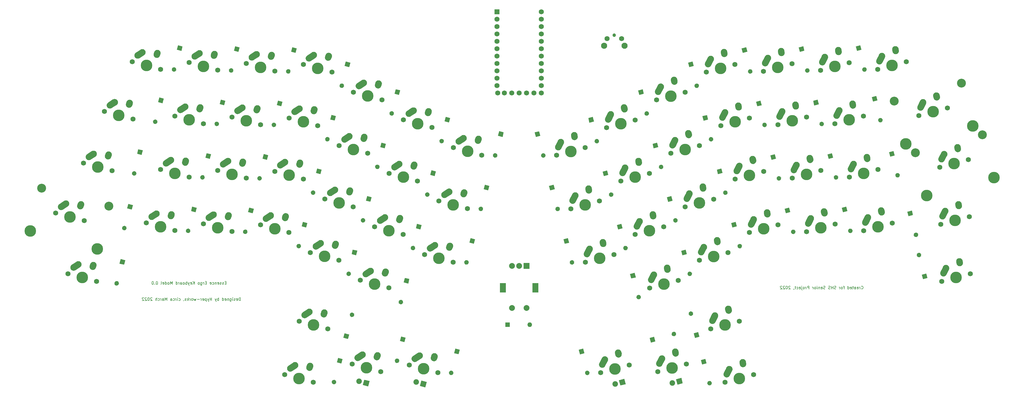
<source format=gbs>
%TF.GenerationSoftware,KiCad,Pcbnew,(5.1.9)-1*%
%TF.CreationDate,2022-03-20T21:09:02-04:00*%
%TF.ProjectId,essence-pcb-rev_1,65737365-6e63-4652-9d70-63622d726576,rev?*%
%TF.SameCoordinates,Original*%
%TF.FileFunction,Soldermask,Bot*%
%TF.FilePolarity,Negative*%
%FSLAX46Y46*%
G04 Gerber Fmt 4.6, Leading zero omitted, Abs format (unit mm)*
G04 Created by KiCad (PCBNEW (5.1.9)-1) date 2022-03-20 21:09:02*
%MOMM*%
%LPD*%
G01*
G04 APERTURE LIST*
%ADD10C,0.150000*%
%ADD11C,1.200000*%
%ADD12C,2.100000*%
%ADD13C,1.750000*%
%ADD14C,1.752600*%
%ADD15R,1.752600X1.752600*%
%ADD16C,2.000000*%
%ADD17R,2.000000X3.200000*%
%ADD18R,2.000000X2.000000*%
%ADD19C,2.250000*%
%ADD20C,3.987800*%
%ADD21C,3.048000*%
%ADD22C,1.905000*%
%ADD23C,0.100000*%
%ADD24O,1.600000X1.600000*%
%ADD25R,1.600000X1.600000*%
G04 APERTURE END LIST*
D10*
X331912797Y-130532142D02*
X331960416Y-130579761D01*
X332103273Y-130627380D01*
X332198511Y-130627380D01*
X332341369Y-130579761D01*
X332436607Y-130484523D01*
X332484226Y-130389285D01*
X332531845Y-130198809D01*
X332531845Y-130055952D01*
X332484226Y-129865476D01*
X332436607Y-129770238D01*
X332341369Y-129675000D01*
X332198511Y-129627380D01*
X332103273Y-129627380D01*
X331960416Y-129675000D01*
X331912797Y-129722619D01*
X331484226Y-130627380D02*
X331484226Y-129960714D01*
X331484226Y-130151190D02*
X331436607Y-130055952D01*
X331388988Y-130008333D01*
X331293750Y-129960714D01*
X331198511Y-129960714D01*
X330484226Y-130579761D02*
X330579464Y-130627380D01*
X330769940Y-130627380D01*
X330865178Y-130579761D01*
X330912797Y-130484523D01*
X330912797Y-130103571D01*
X330865178Y-130008333D01*
X330769940Y-129960714D01*
X330579464Y-129960714D01*
X330484226Y-130008333D01*
X330436607Y-130103571D01*
X330436607Y-130198809D01*
X330912797Y-130294047D01*
X329579464Y-130627380D02*
X329579464Y-130103571D01*
X329627083Y-130008333D01*
X329722321Y-129960714D01*
X329912797Y-129960714D01*
X330008035Y-130008333D01*
X329579464Y-130579761D02*
X329674702Y-130627380D01*
X329912797Y-130627380D01*
X330008035Y-130579761D01*
X330055654Y-130484523D01*
X330055654Y-130389285D01*
X330008035Y-130294047D01*
X329912797Y-130246428D01*
X329674702Y-130246428D01*
X329579464Y-130198809D01*
X329246130Y-129960714D02*
X328865178Y-129960714D01*
X329103273Y-129627380D02*
X329103273Y-130484523D01*
X329055654Y-130579761D01*
X328960416Y-130627380D01*
X328865178Y-130627380D01*
X328150892Y-130579761D02*
X328246130Y-130627380D01*
X328436607Y-130627380D01*
X328531845Y-130579761D01*
X328579464Y-130484523D01*
X328579464Y-130103571D01*
X328531845Y-130008333D01*
X328436607Y-129960714D01*
X328246130Y-129960714D01*
X328150892Y-130008333D01*
X328103273Y-130103571D01*
X328103273Y-130198809D01*
X328579464Y-130294047D01*
X327246130Y-130627380D02*
X327246130Y-129627380D01*
X327246130Y-130579761D02*
X327341369Y-130627380D01*
X327531845Y-130627380D01*
X327627083Y-130579761D01*
X327674702Y-130532142D01*
X327722321Y-130436904D01*
X327722321Y-130151190D01*
X327674702Y-130055952D01*
X327627083Y-130008333D01*
X327531845Y-129960714D01*
X327341369Y-129960714D01*
X327246130Y-130008333D01*
X326150892Y-129960714D02*
X325769940Y-129960714D01*
X326008035Y-130627380D02*
X326008035Y-129770238D01*
X325960416Y-129675000D01*
X325865178Y-129627380D01*
X325769940Y-129627380D01*
X325293750Y-130627380D02*
X325388988Y-130579761D01*
X325436607Y-130532142D01*
X325484226Y-130436904D01*
X325484226Y-130151190D01*
X325436607Y-130055952D01*
X325388988Y-130008333D01*
X325293750Y-129960714D01*
X325150892Y-129960714D01*
X325055654Y-130008333D01*
X325008035Y-130055952D01*
X324960416Y-130151190D01*
X324960416Y-130436904D01*
X325008035Y-130532142D01*
X325055654Y-130579761D01*
X325150892Y-130627380D01*
X325293750Y-130627380D01*
X324531845Y-130627380D02*
X324531845Y-129960714D01*
X324531845Y-130151190D02*
X324484226Y-130055952D01*
X324436607Y-130008333D01*
X324341369Y-129960714D01*
X324246130Y-129960714D01*
X323198511Y-130579761D02*
X323055654Y-130627380D01*
X322817559Y-130627380D01*
X322722321Y-130579761D01*
X322674702Y-130532142D01*
X322627083Y-130436904D01*
X322627083Y-130341666D01*
X322674702Y-130246428D01*
X322722321Y-130198809D01*
X322817559Y-130151190D01*
X323008035Y-130103571D01*
X323103273Y-130055952D01*
X323150892Y-130008333D01*
X323198511Y-129913095D01*
X323198511Y-129817857D01*
X323150892Y-129722619D01*
X323103273Y-129675000D01*
X323008035Y-129627380D01*
X322769940Y-129627380D01*
X322627083Y-129675000D01*
X322198511Y-130627380D02*
X322198511Y-129627380D01*
X322198511Y-130103571D02*
X321627083Y-130103571D01*
X321627083Y-130627380D02*
X321627083Y-129627380D01*
X321198511Y-130579761D02*
X321055654Y-130627380D01*
X320817559Y-130627380D01*
X320722321Y-130579761D01*
X320674702Y-130532142D01*
X320627083Y-130436904D01*
X320627083Y-130341666D01*
X320674702Y-130246428D01*
X320722321Y-130198809D01*
X320817559Y-130151190D01*
X321008035Y-130103571D01*
X321103273Y-130055952D01*
X321150892Y-130008333D01*
X321198511Y-129913095D01*
X321198511Y-129817857D01*
X321150892Y-129722619D01*
X321103273Y-129675000D01*
X321008035Y-129627380D01*
X320769940Y-129627380D01*
X320627083Y-129675000D01*
X319484226Y-130579761D02*
X319341369Y-130627380D01*
X319103273Y-130627380D01*
X319008035Y-130579761D01*
X318960416Y-130532142D01*
X318912797Y-130436904D01*
X318912797Y-130341666D01*
X318960416Y-130246428D01*
X319008035Y-130198809D01*
X319103273Y-130151190D01*
X319293750Y-130103571D01*
X319388988Y-130055952D01*
X319436607Y-130008333D01*
X319484226Y-129913095D01*
X319484226Y-129817857D01*
X319436607Y-129722619D01*
X319388988Y-129675000D01*
X319293750Y-129627380D01*
X319055654Y-129627380D01*
X318912797Y-129675000D01*
X318103273Y-130579761D02*
X318198511Y-130627380D01*
X318388988Y-130627380D01*
X318484226Y-130579761D01*
X318531845Y-130484523D01*
X318531845Y-130103571D01*
X318484226Y-130008333D01*
X318388988Y-129960714D01*
X318198511Y-129960714D01*
X318103273Y-130008333D01*
X318055654Y-130103571D01*
X318055654Y-130198809D01*
X318531845Y-130294047D01*
X317627083Y-129960714D02*
X317627083Y-130627380D01*
X317627083Y-130055952D02*
X317579464Y-130008333D01*
X317484226Y-129960714D01*
X317341369Y-129960714D01*
X317246130Y-130008333D01*
X317198511Y-130103571D01*
X317198511Y-130627380D01*
X316722321Y-130627380D02*
X316722321Y-129960714D01*
X316722321Y-129627380D02*
X316769940Y-129675000D01*
X316722321Y-129722619D01*
X316674702Y-129675000D01*
X316722321Y-129627380D01*
X316722321Y-129722619D01*
X316103273Y-130627380D02*
X316198511Y-130579761D01*
X316246130Y-130532142D01*
X316293750Y-130436904D01*
X316293750Y-130151190D01*
X316246130Y-130055952D01*
X316198511Y-130008333D01*
X316103273Y-129960714D01*
X315960416Y-129960714D01*
X315865178Y-130008333D01*
X315817559Y-130055952D01*
X315769940Y-130151190D01*
X315769940Y-130436904D01*
X315817559Y-130532142D01*
X315865178Y-130579761D01*
X315960416Y-130627380D01*
X316103273Y-130627380D01*
X315341369Y-130627380D02*
X315341369Y-129960714D01*
X315341369Y-130151190D02*
X315293750Y-130055952D01*
X315246130Y-130008333D01*
X315150892Y-129960714D01*
X315055654Y-129960714D01*
X313960416Y-130627380D02*
X313960416Y-129627380D01*
X313579464Y-129627380D01*
X313484226Y-129675000D01*
X313436607Y-129722619D01*
X313388988Y-129817857D01*
X313388988Y-129960714D01*
X313436607Y-130055952D01*
X313484226Y-130103571D01*
X313579464Y-130151190D01*
X313960416Y-130151190D01*
X312960416Y-130627380D02*
X312960416Y-129960714D01*
X312960416Y-130151190D02*
X312912797Y-130055952D01*
X312865178Y-130008333D01*
X312769940Y-129960714D01*
X312674702Y-129960714D01*
X312198511Y-130627380D02*
X312293750Y-130579761D01*
X312341369Y-130532142D01*
X312388988Y-130436904D01*
X312388988Y-130151190D01*
X312341369Y-130055952D01*
X312293750Y-130008333D01*
X312198511Y-129960714D01*
X312055654Y-129960714D01*
X311960416Y-130008333D01*
X311912797Y-130055952D01*
X311865178Y-130151190D01*
X311865178Y-130436904D01*
X311912797Y-130532142D01*
X311960416Y-130579761D01*
X312055654Y-130627380D01*
X312198511Y-130627380D01*
X311436607Y-129960714D02*
X311436607Y-130817857D01*
X311484226Y-130913095D01*
X311579464Y-130960714D01*
X311627083Y-130960714D01*
X311436607Y-129627380D02*
X311484226Y-129675000D01*
X311436607Y-129722619D01*
X311388988Y-129675000D01*
X311436607Y-129627380D01*
X311436607Y-129722619D01*
X310579464Y-130579761D02*
X310674702Y-130627380D01*
X310865178Y-130627380D01*
X310960416Y-130579761D01*
X311008035Y-130484523D01*
X311008035Y-130103571D01*
X310960416Y-130008333D01*
X310865178Y-129960714D01*
X310674702Y-129960714D01*
X310579464Y-130008333D01*
X310531845Y-130103571D01*
X310531845Y-130198809D01*
X311008035Y-130294047D01*
X309674702Y-130579761D02*
X309769940Y-130627380D01*
X309960416Y-130627380D01*
X310055654Y-130579761D01*
X310103273Y-130532142D01*
X310150892Y-130436904D01*
X310150892Y-130151190D01*
X310103273Y-130055952D01*
X310055654Y-130008333D01*
X309960416Y-129960714D01*
X309769940Y-129960714D01*
X309674702Y-130008333D01*
X309388988Y-129960714D02*
X309008035Y-129960714D01*
X309246130Y-129627380D02*
X309246130Y-130484523D01*
X309198511Y-130579761D01*
X309103273Y-130627380D01*
X309008035Y-130627380D01*
X308627083Y-130579761D02*
X308627083Y-130627380D01*
X308674702Y-130722619D01*
X308722321Y-130770238D01*
X307484226Y-129722619D02*
X307436607Y-129675000D01*
X307341369Y-129627380D01*
X307103273Y-129627380D01*
X307008035Y-129675000D01*
X306960416Y-129722619D01*
X306912797Y-129817857D01*
X306912797Y-129913095D01*
X306960416Y-130055952D01*
X307531845Y-130627380D01*
X306912797Y-130627380D01*
X306293750Y-129627380D02*
X306198511Y-129627380D01*
X306103273Y-129675000D01*
X306055654Y-129722619D01*
X306008035Y-129817857D01*
X305960416Y-130008333D01*
X305960416Y-130246428D01*
X306008035Y-130436904D01*
X306055654Y-130532142D01*
X306103273Y-130579761D01*
X306198511Y-130627380D01*
X306293750Y-130627380D01*
X306388988Y-130579761D01*
X306436607Y-130532142D01*
X306484226Y-130436904D01*
X306531845Y-130246428D01*
X306531845Y-130008333D01*
X306484226Y-129817857D01*
X306436607Y-129722619D01*
X306388988Y-129675000D01*
X306293750Y-129627380D01*
X305579464Y-129722619D02*
X305531845Y-129675000D01*
X305436607Y-129627380D01*
X305198511Y-129627380D01*
X305103273Y-129675000D01*
X305055654Y-129722619D01*
X305008035Y-129817857D01*
X305008035Y-129913095D01*
X305055654Y-130055952D01*
X305627083Y-130627380D01*
X305008035Y-130627380D01*
X304627083Y-129722619D02*
X304579464Y-129675000D01*
X304484226Y-129627380D01*
X304246130Y-129627380D01*
X304150892Y-129675000D01*
X304103273Y-129722619D01*
X304055654Y-129817857D01*
X304055654Y-129913095D01*
X304103273Y-130055952D01*
X304674702Y-130627380D01*
X304055654Y-130627380D01*
X118480952Y-134596130D02*
X118480952Y-133596130D01*
X118242857Y-133596130D01*
X118100000Y-133643750D01*
X118004761Y-133738988D01*
X117957142Y-133834226D01*
X117909523Y-134024702D01*
X117909523Y-134167559D01*
X117957142Y-134358035D01*
X118004761Y-134453273D01*
X118100000Y-134548511D01*
X118242857Y-134596130D01*
X118480952Y-134596130D01*
X117100000Y-134548511D02*
X117195238Y-134596130D01*
X117385714Y-134596130D01*
X117480952Y-134548511D01*
X117528571Y-134453273D01*
X117528571Y-134072321D01*
X117480952Y-133977083D01*
X117385714Y-133929464D01*
X117195238Y-133929464D01*
X117100000Y-133977083D01*
X117052380Y-134072321D01*
X117052380Y-134167559D01*
X117528571Y-134262797D01*
X116671428Y-134548511D02*
X116576190Y-134596130D01*
X116385714Y-134596130D01*
X116290476Y-134548511D01*
X116242857Y-134453273D01*
X116242857Y-134405654D01*
X116290476Y-134310416D01*
X116385714Y-134262797D01*
X116528571Y-134262797D01*
X116623809Y-134215178D01*
X116671428Y-134119940D01*
X116671428Y-134072321D01*
X116623809Y-133977083D01*
X116528571Y-133929464D01*
X116385714Y-133929464D01*
X116290476Y-133977083D01*
X115814285Y-134596130D02*
X115814285Y-133929464D01*
X115814285Y-133596130D02*
X115861904Y-133643750D01*
X115814285Y-133691369D01*
X115766666Y-133643750D01*
X115814285Y-133596130D01*
X115814285Y-133691369D01*
X114909523Y-133929464D02*
X114909523Y-134738988D01*
X114957142Y-134834226D01*
X115004761Y-134881845D01*
X115100000Y-134929464D01*
X115242857Y-134929464D01*
X115338095Y-134881845D01*
X114909523Y-134548511D02*
X115004761Y-134596130D01*
X115195238Y-134596130D01*
X115290476Y-134548511D01*
X115338095Y-134500892D01*
X115385714Y-134405654D01*
X115385714Y-134119940D01*
X115338095Y-134024702D01*
X115290476Y-133977083D01*
X115195238Y-133929464D01*
X115004761Y-133929464D01*
X114909523Y-133977083D01*
X114433333Y-133929464D02*
X114433333Y-134596130D01*
X114433333Y-134024702D02*
X114385714Y-133977083D01*
X114290476Y-133929464D01*
X114147619Y-133929464D01*
X114052380Y-133977083D01*
X114004761Y-134072321D01*
X114004761Y-134596130D01*
X113147619Y-134548511D02*
X113242857Y-134596130D01*
X113433333Y-134596130D01*
X113528571Y-134548511D01*
X113576190Y-134453273D01*
X113576190Y-134072321D01*
X113528571Y-133977083D01*
X113433333Y-133929464D01*
X113242857Y-133929464D01*
X113147619Y-133977083D01*
X113100000Y-134072321D01*
X113100000Y-134167559D01*
X113576190Y-134262797D01*
X112242857Y-134596130D02*
X112242857Y-133596130D01*
X112242857Y-134548511D02*
X112338095Y-134596130D01*
X112528571Y-134596130D01*
X112623809Y-134548511D01*
X112671428Y-134500892D01*
X112719047Y-134405654D01*
X112719047Y-134119940D01*
X112671428Y-134024702D01*
X112623809Y-133977083D01*
X112528571Y-133929464D01*
X112338095Y-133929464D01*
X112242857Y-133977083D01*
X111004761Y-134596130D02*
X111004761Y-133596130D01*
X111004761Y-133977083D02*
X110909523Y-133929464D01*
X110719047Y-133929464D01*
X110623809Y-133977083D01*
X110576190Y-134024702D01*
X110528571Y-134119940D01*
X110528571Y-134405654D01*
X110576190Y-134500892D01*
X110623809Y-134548511D01*
X110719047Y-134596130D01*
X110909523Y-134596130D01*
X111004761Y-134548511D01*
X110195238Y-133929464D02*
X109957142Y-134596130D01*
X109719047Y-133929464D02*
X109957142Y-134596130D01*
X110052380Y-134834226D01*
X110100000Y-134881845D01*
X110195238Y-134929464D01*
X108576190Y-134596130D02*
X108576190Y-133596130D01*
X108576190Y-134072321D02*
X108004761Y-134072321D01*
X108004761Y-134596130D02*
X108004761Y-133596130D01*
X107623809Y-133929464D02*
X107385714Y-134596130D01*
X107147619Y-133929464D02*
X107385714Y-134596130D01*
X107480952Y-134834226D01*
X107528571Y-134881845D01*
X107623809Y-134929464D01*
X106766666Y-133929464D02*
X106766666Y-134929464D01*
X106766666Y-133977083D02*
X106671428Y-133929464D01*
X106480952Y-133929464D01*
X106385714Y-133977083D01*
X106338095Y-134024702D01*
X106290476Y-134119940D01*
X106290476Y-134405654D01*
X106338095Y-134500892D01*
X106385714Y-134548511D01*
X106480952Y-134596130D01*
X106671428Y-134596130D01*
X106766666Y-134548511D01*
X105480952Y-134548511D02*
X105576190Y-134596130D01*
X105766666Y-134596130D01*
X105861904Y-134548511D01*
X105909523Y-134453273D01*
X105909523Y-134072321D01*
X105861904Y-133977083D01*
X105766666Y-133929464D01*
X105576190Y-133929464D01*
X105480952Y-133977083D01*
X105433333Y-134072321D01*
X105433333Y-134167559D01*
X105909523Y-134262797D01*
X105004761Y-134596130D02*
X105004761Y-133929464D01*
X105004761Y-134119940D02*
X104957142Y-134024702D01*
X104909523Y-133977083D01*
X104814285Y-133929464D01*
X104719047Y-133929464D01*
X104385714Y-134215178D02*
X103623809Y-134215178D01*
X103242857Y-133929464D02*
X103052380Y-134596130D01*
X102861904Y-134119940D01*
X102671428Y-134596130D01*
X102480952Y-133929464D01*
X101957142Y-134596130D02*
X102052380Y-134548511D01*
X102100000Y-134500892D01*
X102147619Y-134405654D01*
X102147619Y-134119940D01*
X102100000Y-134024702D01*
X102052380Y-133977083D01*
X101957142Y-133929464D01*
X101814285Y-133929464D01*
X101719047Y-133977083D01*
X101671428Y-134024702D01*
X101623809Y-134119940D01*
X101623809Y-134405654D01*
X101671428Y-134500892D01*
X101719047Y-134548511D01*
X101814285Y-134596130D01*
X101957142Y-134596130D01*
X101195238Y-134596130D02*
X101195238Y-133929464D01*
X101195238Y-134119940D02*
X101147619Y-134024702D01*
X101100000Y-133977083D01*
X101004761Y-133929464D01*
X100909523Y-133929464D01*
X100576190Y-134596130D02*
X100576190Y-133596130D01*
X100480952Y-134215178D02*
X100195238Y-134596130D01*
X100195238Y-133929464D02*
X100576190Y-134310416D01*
X99814285Y-134548511D02*
X99719047Y-134596130D01*
X99528571Y-134596130D01*
X99433333Y-134548511D01*
X99385714Y-134453273D01*
X99385714Y-134405654D01*
X99433333Y-134310416D01*
X99528571Y-134262797D01*
X99671428Y-134262797D01*
X99766666Y-134215178D01*
X99814285Y-134119940D01*
X99814285Y-134072321D01*
X99766666Y-133977083D01*
X99671428Y-133929464D01*
X99528571Y-133929464D01*
X99433333Y-133977083D01*
X98909523Y-134548511D02*
X98909523Y-134596130D01*
X98957142Y-134691369D01*
X99004761Y-134738988D01*
X97290476Y-134548511D02*
X97385714Y-134596130D01*
X97576190Y-134596130D01*
X97671428Y-134548511D01*
X97719047Y-134500892D01*
X97766666Y-134405654D01*
X97766666Y-134119940D01*
X97719047Y-134024702D01*
X97671428Y-133977083D01*
X97576190Y-133929464D01*
X97385714Y-133929464D01*
X97290476Y-133977083D01*
X96861904Y-134596130D02*
X96861904Y-133929464D01*
X96861904Y-133596130D02*
X96909523Y-133643750D01*
X96861904Y-133691369D01*
X96814285Y-133643750D01*
X96861904Y-133596130D01*
X96861904Y-133691369D01*
X96385714Y-134596130D02*
X96385714Y-133929464D01*
X96385714Y-134119940D02*
X96338095Y-134024702D01*
X96290476Y-133977083D01*
X96195238Y-133929464D01*
X96100000Y-133929464D01*
X95338095Y-134548511D02*
X95433333Y-134596130D01*
X95623809Y-134596130D01*
X95719047Y-134548511D01*
X95766666Y-134500892D01*
X95814285Y-134405654D01*
X95814285Y-134119940D01*
X95766666Y-134024702D01*
X95719047Y-133977083D01*
X95623809Y-133929464D01*
X95433333Y-133929464D01*
X95338095Y-133977083D01*
X94480952Y-134596130D02*
X94480952Y-134072321D01*
X94528571Y-133977083D01*
X94623809Y-133929464D01*
X94814285Y-133929464D01*
X94909523Y-133977083D01*
X94480952Y-134548511D02*
X94576190Y-134596130D01*
X94814285Y-134596130D01*
X94909523Y-134548511D01*
X94957142Y-134453273D01*
X94957142Y-134358035D01*
X94909523Y-134262797D01*
X94814285Y-134215178D01*
X94576190Y-134215178D01*
X94480952Y-134167559D01*
X93242857Y-134596130D02*
X93242857Y-133596130D01*
X92909523Y-134310416D01*
X92576190Y-133596130D01*
X92576190Y-134596130D01*
X91671428Y-134596130D02*
X91671428Y-134072321D01*
X91719047Y-133977083D01*
X91814285Y-133929464D01*
X92004761Y-133929464D01*
X92100000Y-133977083D01*
X91671428Y-134548511D02*
X91766666Y-134596130D01*
X92004761Y-134596130D01*
X92100000Y-134548511D01*
X92147619Y-134453273D01*
X92147619Y-134358035D01*
X92100000Y-134262797D01*
X92004761Y-134215178D01*
X91766666Y-134215178D01*
X91671428Y-134167559D01*
X91195238Y-134596130D02*
X91195238Y-133929464D01*
X91195238Y-134119940D02*
X91147619Y-134024702D01*
X91100000Y-133977083D01*
X91004761Y-133929464D01*
X90909523Y-133929464D01*
X90147619Y-134548511D02*
X90242857Y-134596130D01*
X90433333Y-134596130D01*
X90528571Y-134548511D01*
X90576190Y-134500892D01*
X90623809Y-134405654D01*
X90623809Y-134119940D01*
X90576190Y-134024702D01*
X90528571Y-133977083D01*
X90433333Y-133929464D01*
X90242857Y-133929464D01*
X90147619Y-133977083D01*
X89719047Y-134596130D02*
X89719047Y-133596130D01*
X89290476Y-134596130D02*
X89290476Y-134072321D01*
X89338095Y-133977083D01*
X89433333Y-133929464D01*
X89576190Y-133929464D01*
X89671428Y-133977083D01*
X89719047Y-134024702D01*
X88100000Y-133691369D02*
X88052380Y-133643750D01*
X87957142Y-133596130D01*
X87719047Y-133596130D01*
X87623809Y-133643750D01*
X87576190Y-133691369D01*
X87528571Y-133786607D01*
X87528571Y-133881845D01*
X87576190Y-134024702D01*
X88147619Y-134596130D01*
X87528571Y-134596130D01*
X86909523Y-133596130D02*
X86814285Y-133596130D01*
X86719047Y-133643750D01*
X86671428Y-133691369D01*
X86623809Y-133786607D01*
X86576190Y-133977083D01*
X86576190Y-134215178D01*
X86623809Y-134405654D01*
X86671428Y-134500892D01*
X86719047Y-134548511D01*
X86814285Y-134596130D01*
X86909523Y-134596130D01*
X87004761Y-134548511D01*
X87052380Y-134500892D01*
X87100000Y-134405654D01*
X87147619Y-134215178D01*
X87147619Y-133977083D01*
X87100000Y-133786607D01*
X87052380Y-133691369D01*
X87004761Y-133643750D01*
X86909523Y-133596130D01*
X86195238Y-133691369D02*
X86147619Y-133643750D01*
X86052380Y-133596130D01*
X85814285Y-133596130D01*
X85719047Y-133643750D01*
X85671428Y-133691369D01*
X85623809Y-133786607D01*
X85623809Y-133881845D01*
X85671428Y-134024702D01*
X86242857Y-134596130D01*
X85623809Y-134596130D01*
X85242857Y-133691369D02*
X85195238Y-133643750D01*
X85100000Y-133596130D01*
X84861904Y-133596130D01*
X84766666Y-133643750D01*
X84719047Y-133691369D01*
X84671428Y-133786607D01*
X84671428Y-133881845D01*
X84719047Y-134024702D01*
X85290476Y-134596130D01*
X84671428Y-134596130D01*
X113544345Y-128516071D02*
X113211011Y-128516071D01*
X113068154Y-129039880D02*
X113544345Y-129039880D01*
X113544345Y-128039880D01*
X113068154Y-128039880D01*
X112687202Y-128992261D02*
X112591964Y-129039880D01*
X112401488Y-129039880D01*
X112306250Y-128992261D01*
X112258630Y-128897023D01*
X112258630Y-128849404D01*
X112306250Y-128754166D01*
X112401488Y-128706547D01*
X112544345Y-128706547D01*
X112639583Y-128658928D01*
X112687202Y-128563690D01*
X112687202Y-128516071D01*
X112639583Y-128420833D01*
X112544345Y-128373214D01*
X112401488Y-128373214D01*
X112306250Y-128420833D01*
X111877678Y-128992261D02*
X111782440Y-129039880D01*
X111591964Y-129039880D01*
X111496726Y-128992261D01*
X111449107Y-128897023D01*
X111449107Y-128849404D01*
X111496726Y-128754166D01*
X111591964Y-128706547D01*
X111734821Y-128706547D01*
X111830059Y-128658928D01*
X111877678Y-128563690D01*
X111877678Y-128516071D01*
X111830059Y-128420833D01*
X111734821Y-128373214D01*
X111591964Y-128373214D01*
X111496726Y-128420833D01*
X110639583Y-128992261D02*
X110734821Y-129039880D01*
X110925297Y-129039880D01*
X111020535Y-128992261D01*
X111068154Y-128897023D01*
X111068154Y-128516071D01*
X111020535Y-128420833D01*
X110925297Y-128373214D01*
X110734821Y-128373214D01*
X110639583Y-128420833D01*
X110591964Y-128516071D01*
X110591964Y-128611309D01*
X111068154Y-128706547D01*
X110163392Y-128373214D02*
X110163392Y-129039880D01*
X110163392Y-128468452D02*
X110115773Y-128420833D01*
X110020535Y-128373214D01*
X109877678Y-128373214D01*
X109782440Y-128420833D01*
X109734821Y-128516071D01*
X109734821Y-129039880D01*
X108830059Y-128992261D02*
X108925297Y-129039880D01*
X109115773Y-129039880D01*
X109211011Y-128992261D01*
X109258630Y-128944642D01*
X109306250Y-128849404D01*
X109306250Y-128563690D01*
X109258630Y-128468452D01*
X109211011Y-128420833D01*
X109115773Y-128373214D01*
X108925297Y-128373214D01*
X108830059Y-128420833D01*
X108020535Y-128992261D02*
X108115773Y-129039880D01*
X108306250Y-129039880D01*
X108401488Y-128992261D01*
X108449107Y-128897023D01*
X108449107Y-128516071D01*
X108401488Y-128420833D01*
X108306250Y-128373214D01*
X108115773Y-128373214D01*
X108020535Y-128420833D01*
X107972916Y-128516071D01*
X107972916Y-128611309D01*
X108449107Y-128706547D01*
X106782440Y-128516071D02*
X106449107Y-128516071D01*
X106306250Y-129039880D02*
X106782440Y-129039880D01*
X106782440Y-128039880D01*
X106306250Y-128039880D01*
X105877678Y-129039880D02*
X105877678Y-128373214D01*
X105877678Y-128563690D02*
X105830059Y-128468452D01*
X105782440Y-128420833D01*
X105687202Y-128373214D01*
X105591964Y-128373214D01*
X104830059Y-128373214D02*
X104830059Y-129182738D01*
X104877678Y-129277976D01*
X104925297Y-129325595D01*
X105020535Y-129373214D01*
X105163392Y-129373214D01*
X105258630Y-129325595D01*
X104830059Y-128992261D02*
X104925297Y-129039880D01*
X105115773Y-129039880D01*
X105211011Y-128992261D01*
X105258630Y-128944642D01*
X105306250Y-128849404D01*
X105306250Y-128563690D01*
X105258630Y-128468452D01*
X105211011Y-128420833D01*
X105115773Y-128373214D01*
X104925297Y-128373214D01*
X104830059Y-128420833D01*
X104211011Y-129039880D02*
X104306250Y-128992261D01*
X104353869Y-128944642D01*
X104401488Y-128849404D01*
X104401488Y-128563690D01*
X104353869Y-128468452D01*
X104306250Y-128420833D01*
X104211011Y-128373214D01*
X104068154Y-128373214D01*
X103972916Y-128420833D01*
X103925297Y-128468452D01*
X103877678Y-128563690D01*
X103877678Y-128849404D01*
X103925297Y-128944642D01*
X103972916Y-128992261D01*
X104068154Y-129039880D01*
X104211011Y-129039880D01*
X102687202Y-129039880D02*
X102687202Y-128039880D01*
X102115773Y-129039880D02*
X102544345Y-128468452D01*
X102115773Y-128039880D02*
X102687202Y-128611309D01*
X101306250Y-128992261D02*
X101401488Y-129039880D01*
X101591964Y-129039880D01*
X101687202Y-128992261D01*
X101734821Y-128897023D01*
X101734821Y-128516071D01*
X101687202Y-128420833D01*
X101591964Y-128373214D01*
X101401488Y-128373214D01*
X101306250Y-128420833D01*
X101258630Y-128516071D01*
X101258630Y-128611309D01*
X101734821Y-128706547D01*
X100925297Y-128373214D02*
X100687202Y-129039880D01*
X100449107Y-128373214D02*
X100687202Y-129039880D01*
X100782440Y-129277976D01*
X100830059Y-129325595D01*
X100925297Y-129373214D01*
X100068154Y-129039880D02*
X100068154Y-128039880D01*
X100068154Y-128420833D02*
X99972916Y-128373214D01*
X99782440Y-128373214D01*
X99687202Y-128420833D01*
X99639583Y-128468452D01*
X99591964Y-128563690D01*
X99591964Y-128849404D01*
X99639583Y-128944642D01*
X99687202Y-128992261D01*
X99782440Y-129039880D01*
X99972916Y-129039880D01*
X100068154Y-128992261D01*
X99020535Y-129039880D02*
X99115773Y-128992261D01*
X99163392Y-128944642D01*
X99211011Y-128849404D01*
X99211011Y-128563690D01*
X99163392Y-128468452D01*
X99115773Y-128420833D01*
X99020535Y-128373214D01*
X98877678Y-128373214D01*
X98782440Y-128420833D01*
X98734821Y-128468452D01*
X98687202Y-128563690D01*
X98687202Y-128849404D01*
X98734821Y-128944642D01*
X98782440Y-128992261D01*
X98877678Y-129039880D01*
X99020535Y-129039880D01*
X97830059Y-129039880D02*
X97830059Y-128516071D01*
X97877678Y-128420833D01*
X97972916Y-128373214D01*
X98163392Y-128373214D01*
X98258630Y-128420833D01*
X97830059Y-128992261D02*
X97925297Y-129039880D01*
X98163392Y-129039880D01*
X98258630Y-128992261D01*
X98306250Y-128897023D01*
X98306250Y-128801785D01*
X98258630Y-128706547D01*
X98163392Y-128658928D01*
X97925297Y-128658928D01*
X97830059Y-128611309D01*
X97353869Y-129039880D02*
X97353869Y-128373214D01*
X97353869Y-128563690D02*
X97306250Y-128468452D01*
X97258630Y-128420833D01*
X97163392Y-128373214D01*
X97068154Y-128373214D01*
X96306250Y-129039880D02*
X96306250Y-128039880D01*
X96306250Y-128992261D02*
X96401488Y-129039880D01*
X96591964Y-129039880D01*
X96687202Y-128992261D01*
X96734821Y-128944642D01*
X96782440Y-128849404D01*
X96782440Y-128563690D01*
X96734821Y-128468452D01*
X96687202Y-128420833D01*
X96591964Y-128373214D01*
X96401488Y-128373214D01*
X96306250Y-128420833D01*
X95068154Y-129039880D02*
X95068154Y-128039880D01*
X94734821Y-128754166D01*
X94401488Y-128039880D01*
X94401488Y-129039880D01*
X93782440Y-129039880D02*
X93877678Y-128992261D01*
X93925297Y-128944642D01*
X93972916Y-128849404D01*
X93972916Y-128563690D01*
X93925297Y-128468452D01*
X93877678Y-128420833D01*
X93782440Y-128373214D01*
X93639583Y-128373214D01*
X93544345Y-128420833D01*
X93496726Y-128468452D01*
X93449107Y-128563690D01*
X93449107Y-128849404D01*
X93496726Y-128944642D01*
X93544345Y-128992261D01*
X93639583Y-129039880D01*
X93782440Y-129039880D01*
X92591964Y-129039880D02*
X92591964Y-128039880D01*
X92591964Y-128992261D02*
X92687202Y-129039880D01*
X92877678Y-129039880D01*
X92972916Y-128992261D01*
X93020535Y-128944642D01*
X93068154Y-128849404D01*
X93068154Y-128563690D01*
X93020535Y-128468452D01*
X92972916Y-128420833D01*
X92877678Y-128373214D01*
X92687202Y-128373214D01*
X92591964Y-128420833D01*
X91734821Y-128992261D02*
X91830059Y-129039880D01*
X92020535Y-129039880D01*
X92115773Y-128992261D01*
X92163392Y-128897023D01*
X92163392Y-128516071D01*
X92115773Y-128420833D01*
X92020535Y-128373214D01*
X91830059Y-128373214D01*
X91734821Y-128420833D01*
X91687202Y-128516071D01*
X91687202Y-128611309D01*
X92163392Y-128706547D01*
X91115773Y-129039880D02*
X91211011Y-128992261D01*
X91258630Y-128897023D01*
X91258630Y-128039880D01*
X89782440Y-128039880D02*
X89687202Y-128039880D01*
X89591964Y-128087500D01*
X89544345Y-128135119D01*
X89496726Y-128230357D01*
X89449107Y-128420833D01*
X89449107Y-128658928D01*
X89496726Y-128849404D01*
X89544345Y-128944642D01*
X89591964Y-128992261D01*
X89687202Y-129039880D01*
X89782440Y-129039880D01*
X89877678Y-128992261D01*
X89925297Y-128944642D01*
X89972916Y-128849404D01*
X90020535Y-128658928D01*
X90020535Y-128420833D01*
X89972916Y-128230357D01*
X89925297Y-128135119D01*
X89877678Y-128087500D01*
X89782440Y-128039880D01*
X89020535Y-128944642D02*
X88972916Y-128992261D01*
X89020535Y-129039880D01*
X89068154Y-128992261D01*
X89020535Y-128944642D01*
X89020535Y-129039880D01*
X88353869Y-128039880D02*
X88258630Y-128039880D01*
X88163392Y-128087500D01*
X88115773Y-128135119D01*
X88068154Y-128230357D01*
X88020535Y-128420833D01*
X88020535Y-128658928D01*
X88068154Y-128849404D01*
X88115773Y-128944642D01*
X88163392Y-128992261D01*
X88258630Y-129039880D01*
X88353869Y-129039880D01*
X88449107Y-128992261D01*
X88496726Y-128944642D01*
X88544345Y-128849404D01*
X88591964Y-128658928D01*
X88591964Y-128420833D01*
X88544345Y-128230357D01*
X88496726Y-128135119D01*
X88449107Y-128087500D01*
X88353869Y-128039880D01*
D11*
%TO.C,SW-Rst1*%
X246975000Y-43240000D03*
D12*
X243475000Y-46940000D03*
D13*
X244475000Y-44450000D03*
X249475000Y-44450000D03*
D12*
X250485000Y-46940000D03*
%TD*%
D14*
%TO.C,U1*%
X209232500Y-63182500D03*
X211772500Y-63182500D03*
X214312500Y-63182500D03*
X216852500Y-63182500D03*
X219392500Y-63182500D03*
X221932500Y-35242500D03*
X206921100Y-63182500D03*
X221932500Y-37782500D03*
X221932500Y-40322500D03*
X221932500Y-42862500D03*
X221932500Y-45402500D03*
X221932500Y-47942500D03*
X221932500Y-50482500D03*
X221932500Y-53022500D03*
X221932500Y-55562500D03*
X221932500Y-58102500D03*
X221932500Y-60642500D03*
X221932500Y-63182500D03*
X206692500Y-60642500D03*
X206692500Y-58102500D03*
X206692500Y-55562500D03*
X206692500Y-53022500D03*
X206692500Y-50482500D03*
X206692500Y-47942500D03*
X206692500Y-45402500D03*
X206692500Y-42862500D03*
X206692500Y-40322500D03*
X206692500Y-37782500D03*
D15*
X206692500Y-35242500D03*
%TD*%
D16*
%TO.C,SW1*%
X211812500Y-137175000D03*
X216812500Y-137175000D03*
D17*
X208712500Y-130175000D03*
X219912500Y-130175000D03*
D16*
X211812500Y-122675000D03*
X214312500Y-122675000D03*
D18*
X216812500Y-122675000D03*
%TD*%
D13*
%TO.C,MX-134*%
X369409991Y-125369233D03*
X359596185Y-127998835D03*
D19*
X361052997Y-123467378D03*
D20*
X364503088Y-126684034D03*
G36*
G01*
X359656521Y-126219955D02*
X359656514Y-126219952D01*
G75*
G02*
X359162241Y-124707687I508996J1003269D01*
G01*
X360049729Y-122958383D01*
G75*
G02*
X361561994Y-122464110I1003269J-508996D01*
G01*
X361561994Y-122464110D01*
G75*
G02*
X362056267Y-123976375I-508996J-1003269D01*
G01*
X361168779Y-125725679D01*
G75*
G02*
X359656514Y-126219952I-1003269J508996D01*
G01*
G37*
D19*
X365641739Y-121119730D03*
G36*
G01*
X365969804Y-122794274D02*
X365968933Y-122794445D01*
G75*
G02*
X364649092Y-121906036I-215716J1104125D01*
G01*
X364537614Y-121335446D01*
G75*
G02*
X365426023Y-120015605I1104125J215716D01*
G01*
X365426023Y-120015605D01*
G75*
G02*
X366745864Y-120904014I215716J-1104125D01*
G01*
X366857342Y-121474604D01*
G75*
G02*
X365968933Y-122794445I-1104125J-215716D01*
G01*
G37*
%TD*%
D13*
%TO.C,MX-133*%
X369079709Y-105735720D03*
X359265903Y-108365322D03*
D19*
X360722715Y-103833865D03*
D20*
X364172806Y-107050521D03*
G36*
G01*
X359326239Y-106586442D02*
X359326232Y-106586439D01*
G75*
G02*
X358831959Y-105074174I508996J1003269D01*
G01*
X359719447Y-103324870D01*
G75*
G02*
X361231712Y-102830597I1003269J-508996D01*
G01*
X361231712Y-102830597D01*
G75*
G02*
X361725985Y-104342862I-508996J-1003269D01*
G01*
X360838497Y-106092166D01*
G75*
G02*
X359326232Y-106586439I-1003269J508996D01*
G01*
G37*
D19*
X365311457Y-101486217D03*
G36*
G01*
X365639522Y-103160761D02*
X365638651Y-103160932D01*
G75*
G02*
X364318810Y-102272523I-215716J1104125D01*
G01*
X364207332Y-101701933D01*
G75*
G02*
X365095741Y-100382092I1104125J215716D01*
G01*
X365095741Y-100382092D01*
G75*
G02*
X366415582Y-101270501I215716J-1104125D01*
G01*
X366527060Y-101841091D01*
G75*
G02*
X365638651Y-103160932I-1104125J-215716D01*
G01*
G37*
%TD*%
D20*
%TO.C,MX-132*%
X377510299Y-92300945D03*
X354447854Y-98480508D03*
D21*
X373565896Y-77580235D03*
X350503451Y-83759799D03*
D13*
X368749428Y-86102208D03*
X358935622Y-88731810D03*
D19*
X360392434Y-84200353D03*
D20*
X363842525Y-87417009D03*
G36*
G01*
X358995958Y-86952930D02*
X358995951Y-86952927D01*
G75*
G02*
X358501678Y-85440662I508996J1003269D01*
G01*
X359389166Y-83691358D01*
G75*
G02*
X360901431Y-83197085I1003269J-508996D01*
G01*
X360901431Y-83197085D01*
G75*
G02*
X361395704Y-84709350I-508996J-1003269D01*
G01*
X360508216Y-86458654D01*
G75*
G02*
X358995951Y-86952927I-1003269J508996D01*
G01*
G37*
D19*
X364981176Y-81852705D03*
G36*
G01*
X365309241Y-83527249D02*
X365308370Y-83527420D01*
G75*
G02*
X363988529Y-82639011I-215716J1104125D01*
G01*
X363877051Y-82068421D01*
G75*
G02*
X364765460Y-80748580I1104125J215716D01*
G01*
X364765460Y-80748580D01*
G75*
G02*
X366085301Y-81636989I215716J-1104125D01*
G01*
X366196779Y-82207579D01*
G75*
G02*
X365308370Y-83527420I-1104125J-215716D01*
G01*
G37*
%TD*%
D20*
%TO.C,MX-131*%
X370279686Y-74516370D03*
X347217241Y-80695933D03*
D21*
X366335283Y-59795660D03*
X343272838Y-65975224D03*
D13*
X361518815Y-68317633D03*
X351705009Y-70947235D03*
D19*
X353161821Y-66415778D03*
D20*
X356611912Y-69632434D03*
G36*
G01*
X351765345Y-69168355D02*
X351765338Y-69168352D01*
G75*
G02*
X351271065Y-67656087I508996J1003269D01*
G01*
X352158553Y-65906783D01*
G75*
G02*
X353670818Y-65412510I1003269J-508996D01*
G01*
X353670818Y-65412510D01*
G75*
G02*
X354165091Y-66924775I-508996J-1003269D01*
G01*
X353277603Y-68674079D01*
G75*
G02*
X351765338Y-69168352I-1003269J508996D01*
G01*
G37*
D19*
X357750563Y-64068130D03*
G36*
G01*
X358078628Y-65742674D02*
X358077757Y-65742845D01*
G75*
G02*
X356757916Y-64854436I-215716J1104125D01*
G01*
X356646438Y-64283846D01*
G75*
G02*
X357534847Y-62964005I1104125J215716D01*
G01*
X357534847Y-62964005D01*
G75*
G02*
X358854688Y-63852414I215716J-1104125D01*
G01*
X358966166Y-64423004D01*
G75*
G02*
X358077757Y-65742845I-1104125J-215716D01*
G01*
G37*
%TD*%
D13*
%TO.C,MX-130*%
X347387868Y-52381998D03*
X337574062Y-55011600D03*
D19*
X339030874Y-50480143D03*
D20*
X342480965Y-53696799D03*
G36*
G01*
X337634398Y-53232720D02*
X337634391Y-53232717D01*
G75*
G02*
X337140118Y-51720452I508996J1003269D01*
G01*
X338027606Y-49971148D01*
G75*
G02*
X339539871Y-49476875I1003269J-508996D01*
G01*
X339539871Y-49476875D01*
G75*
G02*
X340034144Y-50989140I-508996J-1003269D01*
G01*
X339146656Y-52738444D01*
G75*
G02*
X337634391Y-53232717I-1003269J508996D01*
G01*
G37*
D19*
X343619616Y-48132495D03*
G36*
G01*
X343947681Y-49807039D02*
X343946810Y-49807210D01*
G75*
G02*
X342626969Y-48918801I-215716J1104125D01*
G01*
X342515491Y-48348211D01*
G75*
G02*
X343403900Y-47028370I1104125J215716D01*
G01*
X343403900Y-47028370D01*
G75*
G02*
X344723741Y-47916779I215716J-1104125D01*
G01*
X344835219Y-48487369D01*
G75*
G02*
X343946810Y-49807210I-1104125J-215716D01*
G01*
G37*
%TD*%
D13*
%TO.C,MX-123*%
X342545864Y-107914940D03*
X332732058Y-110544542D03*
D19*
X334188870Y-106013085D03*
D20*
X337638961Y-109229741D03*
G36*
G01*
X332792394Y-108765662D02*
X332792387Y-108765659D01*
G75*
G02*
X332298114Y-107253394I508996J1003269D01*
G01*
X333185602Y-105504090D01*
G75*
G02*
X334697867Y-105009817I1003269J-508996D01*
G01*
X334697867Y-105009817D01*
G75*
G02*
X335192140Y-106522082I-508996J-1003269D01*
G01*
X334304652Y-108271386D01*
G75*
G02*
X332792387Y-108765659I-1003269J508996D01*
G01*
G37*
D19*
X338777612Y-103665437D03*
G36*
G01*
X339105677Y-105339981D02*
X339104806Y-105340152D01*
G75*
G02*
X337784965Y-104451743I-215716J1104125D01*
G01*
X337673487Y-103881153D01*
G75*
G02*
X338561896Y-102561312I1104125J215716D01*
G01*
X338561896Y-102561312D01*
G75*
G02*
X339881737Y-103449721I215716J-1104125D01*
G01*
X339993215Y-104020311D01*
G75*
G02*
X339104806Y-105340152I-1104125J-215716D01*
G01*
G37*
%TD*%
D13*
%TO.C,MX-122*%
X337615361Y-89514053D03*
X327801555Y-92143655D03*
D19*
X329258367Y-87612198D03*
D20*
X332708458Y-90828854D03*
G36*
G01*
X327861891Y-90364775D02*
X327861884Y-90364772D01*
G75*
G02*
X327367611Y-88852507I508996J1003269D01*
G01*
X328255099Y-87103203D01*
G75*
G02*
X329767364Y-86608930I1003269J-508996D01*
G01*
X329767364Y-86608930D01*
G75*
G02*
X330261637Y-88121195I-508996J-1003269D01*
G01*
X329374149Y-89870499D01*
G75*
G02*
X327861884Y-90364772I-1003269J508996D01*
G01*
G37*
D19*
X333847109Y-85264550D03*
G36*
G01*
X334175174Y-86939094D02*
X334174303Y-86939265D01*
G75*
G02*
X332854462Y-86050856I-215716J1104125D01*
G01*
X332742984Y-85480266D01*
G75*
G02*
X333631393Y-84160425I1104125J215716D01*
G01*
X333631393Y-84160425D01*
G75*
G02*
X334951234Y-85048834I215716J-1104125D01*
G01*
X335062712Y-85619424D01*
G75*
G02*
X334174303Y-86939265I-1104125J-215716D01*
G01*
G37*
%TD*%
D13*
%TO.C,MX-121*%
X332684859Y-71113166D03*
X322871053Y-73742768D03*
D19*
X324327865Y-69211311D03*
D20*
X327777956Y-72427967D03*
G36*
G01*
X322931389Y-71963888D02*
X322931382Y-71963885D01*
G75*
G02*
X322437109Y-70451620I508996J1003269D01*
G01*
X323324597Y-68702316D01*
G75*
G02*
X324836862Y-68208043I1003269J-508996D01*
G01*
X324836862Y-68208043D01*
G75*
G02*
X325331135Y-69720308I-508996J-1003269D01*
G01*
X324443647Y-71469612D01*
G75*
G02*
X322931382Y-71963885I-1003269J508996D01*
G01*
G37*
D19*
X328916607Y-66863663D03*
G36*
G01*
X329244672Y-68538207D02*
X329243801Y-68538378D01*
G75*
G02*
X327923960Y-67649969I-215716J1104125D01*
G01*
X327812482Y-67079379D01*
G75*
G02*
X328700891Y-65759538I1104125J215716D01*
G01*
X328700891Y-65759538D01*
G75*
G02*
X330020732Y-66647947I215716J-1104125D01*
G01*
X330132210Y-67218537D01*
G75*
G02*
X329243801Y-68538378I-1104125J-215716D01*
G01*
G37*
%TD*%
D13*
%TO.C,MX-120*%
X327754356Y-52712279D03*
X317940550Y-55341881D03*
D19*
X319397362Y-50810424D03*
D20*
X322847453Y-54027080D03*
G36*
G01*
X318000886Y-53563001D02*
X318000879Y-53562998D01*
G75*
G02*
X317506606Y-52050733I508996J1003269D01*
G01*
X318394094Y-50301429D01*
G75*
G02*
X319906359Y-49807156I1003269J-508996D01*
G01*
X319906359Y-49807156D01*
G75*
G02*
X320400632Y-51319421I-508996J-1003269D01*
G01*
X319513144Y-53068725D01*
G75*
G02*
X318000879Y-53562998I-1003269J508996D01*
G01*
G37*
D19*
X323986104Y-48462776D03*
G36*
G01*
X324314169Y-50137320D02*
X324313298Y-50137491D01*
G75*
G02*
X322993457Y-49249082I-215716J1104125D01*
G01*
X322881979Y-48678492D01*
G75*
G02*
X323770388Y-47358651I1104125J215716D01*
G01*
X323770388Y-47358651D01*
G75*
G02*
X325090229Y-48247060I215716J-1104125D01*
G01*
X325201707Y-48817650D01*
G75*
G02*
X324313298Y-50137491I-1104125J-215716D01*
G01*
G37*
%TD*%
D13*
%TO.C,MX-113*%
X322912351Y-108245221D03*
X313098545Y-110874823D03*
D19*
X314555357Y-106343366D03*
D20*
X318005448Y-109560022D03*
G36*
G01*
X313158881Y-109095943D02*
X313158874Y-109095940D01*
G75*
G02*
X312664601Y-107583675I508996J1003269D01*
G01*
X313552089Y-105834371D01*
G75*
G02*
X315064354Y-105340098I1003269J-508996D01*
G01*
X315064354Y-105340098D01*
G75*
G02*
X315558627Y-106852363I-508996J-1003269D01*
G01*
X314671139Y-108601667D01*
G75*
G02*
X313158874Y-109095940I-1003269J508996D01*
G01*
G37*
D19*
X319144099Y-103995718D03*
G36*
G01*
X319472164Y-105670262D02*
X319471293Y-105670433D01*
G75*
G02*
X318151452Y-104782024I-215716J1104125D01*
G01*
X318039974Y-104211434D01*
G75*
G02*
X318928383Y-102891593I1104125J215716D01*
G01*
X318928383Y-102891593D01*
G75*
G02*
X320248224Y-103780002I215716J-1104125D01*
G01*
X320359702Y-104350592D01*
G75*
G02*
X319471293Y-105670433I-1104125J-215716D01*
G01*
G37*
%TD*%
D13*
%TO.C,MX-112*%
X317981849Y-89844334D03*
X308168043Y-92473936D03*
D19*
X309624855Y-87942479D03*
D20*
X313074946Y-91159135D03*
G36*
G01*
X308228379Y-90695056D02*
X308228372Y-90695053D01*
G75*
G02*
X307734099Y-89182788I508996J1003269D01*
G01*
X308621587Y-87433484D01*
G75*
G02*
X310133852Y-86939211I1003269J-508996D01*
G01*
X310133852Y-86939211D01*
G75*
G02*
X310628125Y-88451476I-508996J-1003269D01*
G01*
X309740637Y-90200780D01*
G75*
G02*
X308228372Y-90695053I-1003269J508996D01*
G01*
G37*
D19*
X314213597Y-85594831D03*
G36*
G01*
X314541662Y-87269375D02*
X314540791Y-87269546D01*
G75*
G02*
X313220950Y-86381137I-215716J1104125D01*
G01*
X313109472Y-85810547D01*
G75*
G02*
X313997881Y-84490706I1104125J215716D01*
G01*
X313997881Y-84490706D01*
G75*
G02*
X315317722Y-85379115I215716J-1104125D01*
G01*
X315429200Y-85949705D01*
G75*
G02*
X314540791Y-87269546I-1104125J-215716D01*
G01*
G37*
%TD*%
D13*
%TO.C,MX-111*%
X313051346Y-71443447D03*
X303237540Y-74073049D03*
D19*
X304694352Y-69541592D03*
D20*
X308144443Y-72758248D03*
G36*
G01*
X303297876Y-72294169D02*
X303297869Y-72294166D01*
G75*
G02*
X302803596Y-70781901I508996J1003269D01*
G01*
X303691084Y-69032597D01*
G75*
G02*
X305203349Y-68538324I1003269J-508996D01*
G01*
X305203349Y-68538324D01*
G75*
G02*
X305697622Y-70050589I-508996J-1003269D01*
G01*
X304810134Y-71799893D01*
G75*
G02*
X303297869Y-72294166I-1003269J508996D01*
G01*
G37*
D19*
X309283094Y-67193944D03*
G36*
G01*
X309611159Y-68868488D02*
X309610288Y-68868659D01*
G75*
G02*
X308290447Y-67980250I-215716J1104125D01*
G01*
X308178969Y-67409660D01*
G75*
G02*
X309067378Y-66089819I1104125J215716D01*
G01*
X309067378Y-66089819D01*
G75*
G02*
X310387219Y-66978228I215716J-1104125D01*
G01*
X310498697Y-67548818D01*
G75*
G02*
X309610288Y-68868659I-1104125J-215716D01*
G01*
G37*
%TD*%
D13*
%TO.C,MX-110*%
X308120843Y-53042560D03*
X298307037Y-55672162D03*
D19*
X299763849Y-51140705D03*
D20*
X303213940Y-54357361D03*
G36*
G01*
X298367373Y-53893282D02*
X298367366Y-53893279D01*
G75*
G02*
X297873093Y-52381014I508996J1003269D01*
G01*
X298760581Y-50631710D01*
G75*
G02*
X300272846Y-50137437I1003269J-508996D01*
G01*
X300272846Y-50137437D01*
G75*
G02*
X300767119Y-51649702I-508996J-1003269D01*
G01*
X299879631Y-53399006D01*
G75*
G02*
X298367366Y-53893279I-1003269J508996D01*
G01*
G37*
D19*
X304352591Y-48793057D03*
G36*
G01*
X304680656Y-50467601D02*
X304679785Y-50467772D01*
G75*
G02*
X303359944Y-49579363I-215716J1104125D01*
G01*
X303248466Y-49008773D01*
G75*
G02*
X304136875Y-47688932I1104125J215716D01*
G01*
X304136875Y-47688932D01*
G75*
G02*
X305456716Y-48577341I215716J-1104125D01*
G01*
X305568194Y-49147931D01*
G75*
G02*
X304679785Y-50467772I-1104125J-215716D01*
G01*
G37*
%TD*%
D13*
%TO.C,MX-104*%
X289973595Y-141723648D03*
X280159789Y-144353250D03*
D19*
X281616601Y-139821793D03*
D20*
X285066692Y-143038449D03*
G36*
G01*
X280220125Y-142574370D02*
X280220118Y-142574367D01*
G75*
G02*
X279725845Y-141062102I508996J1003269D01*
G01*
X280613333Y-139312798D01*
G75*
G02*
X282125598Y-138818525I1003269J-508996D01*
G01*
X282125598Y-138818525D01*
G75*
G02*
X282619871Y-140330790I-508996J-1003269D01*
G01*
X281732383Y-142080094D01*
G75*
G02*
X280220118Y-142574367I-1003269J508996D01*
G01*
G37*
D19*
X286205343Y-137474145D03*
G36*
G01*
X286533408Y-139148689D02*
X286532537Y-139148860D01*
G75*
G02*
X285212696Y-138260451I-215716J1104125D01*
G01*
X285101218Y-137689861D01*
G75*
G02*
X285989627Y-136370020I1104125J215716D01*
G01*
X285989627Y-136370020D01*
G75*
G02*
X287309468Y-137258429I215716J-1104125D01*
G01*
X287420946Y-137829019D01*
G75*
G02*
X286532537Y-139148860I-1104125J-215716D01*
G01*
G37*
%TD*%
D13*
%TO.C,MX-103*%
X303278839Y-108575502D03*
X293465033Y-111205104D03*
D19*
X294921845Y-106673647D03*
D20*
X298371936Y-109890303D03*
G36*
G01*
X293525369Y-109426224D02*
X293525362Y-109426221D01*
G75*
G02*
X293031089Y-107913956I508996J1003269D01*
G01*
X293918577Y-106164652D01*
G75*
G02*
X295430842Y-105670379I1003269J-508996D01*
G01*
X295430842Y-105670379D01*
G75*
G02*
X295925115Y-107182644I-508996J-1003269D01*
G01*
X295037627Y-108931948D01*
G75*
G02*
X293525362Y-109426221I-1003269J508996D01*
G01*
G37*
D19*
X299510587Y-104325999D03*
G36*
G01*
X299838652Y-106000543D02*
X299837781Y-106000714D01*
G75*
G02*
X298517940Y-105112305I-215716J1104125D01*
G01*
X298406462Y-104541715D01*
G75*
G02*
X299294871Y-103221874I1104125J215716D01*
G01*
X299294871Y-103221874D01*
G75*
G02*
X300614712Y-104110283I215716J-1104125D01*
G01*
X300726190Y-104680873D01*
G75*
G02*
X299837781Y-106000714I-1104125J-215716D01*
G01*
G37*
%TD*%
D13*
%TO.C,MX-102*%
X298348336Y-90174615D03*
X288534530Y-92804217D03*
D19*
X289991342Y-88272760D03*
D20*
X293441433Y-91489416D03*
G36*
G01*
X288594866Y-91025337D02*
X288594859Y-91025334D01*
G75*
G02*
X288100586Y-89513069I508996J1003269D01*
G01*
X288988074Y-87763765D01*
G75*
G02*
X290500339Y-87269492I1003269J-508996D01*
G01*
X290500339Y-87269492D01*
G75*
G02*
X290994612Y-88781757I-508996J-1003269D01*
G01*
X290107124Y-90531061D01*
G75*
G02*
X288594859Y-91025334I-1003269J508996D01*
G01*
G37*
D19*
X294580084Y-85925112D03*
G36*
G01*
X294908149Y-87599656D02*
X294907278Y-87599827D01*
G75*
G02*
X293587437Y-86711418I-215716J1104125D01*
G01*
X293475959Y-86140828D01*
G75*
G02*
X294364368Y-84820987I1104125J215716D01*
G01*
X294364368Y-84820987D01*
G75*
G02*
X295684209Y-85709396I215716J-1104125D01*
G01*
X295795687Y-86279986D01*
G75*
G02*
X294907278Y-87599827I-1104125J-215716D01*
G01*
G37*
%TD*%
D13*
%TO.C,MX-101*%
X293417833Y-71773728D03*
X283604027Y-74403330D03*
D19*
X285060839Y-69871873D03*
D20*
X288510930Y-73088529D03*
G36*
G01*
X283664363Y-72624450D02*
X283664356Y-72624447D01*
G75*
G02*
X283170083Y-71112182I508996J1003269D01*
G01*
X284057571Y-69362878D01*
G75*
G02*
X285569836Y-68868605I1003269J-508996D01*
G01*
X285569836Y-68868605D01*
G75*
G02*
X286064109Y-70380870I-508996J-1003269D01*
G01*
X285176621Y-72130174D01*
G75*
G02*
X283664356Y-72624447I-1003269J508996D01*
G01*
G37*
D19*
X289649581Y-67524225D03*
G36*
G01*
X289977646Y-69198769D02*
X289976775Y-69198940D01*
G75*
G02*
X288656934Y-68310531I-215716J1104125D01*
G01*
X288545456Y-67739941D01*
G75*
G02*
X289433865Y-66420100I1104125J215716D01*
G01*
X289433865Y-66420100D01*
G75*
G02*
X290753706Y-67308509I215716J-1104125D01*
G01*
X290865184Y-67879099D01*
G75*
G02*
X289976775Y-69198940I-1104125J-215716D01*
G01*
G37*
%TD*%
D13*
%TO.C,MX-100*%
X288487330Y-53372841D03*
X278673524Y-56002443D03*
D19*
X280130336Y-51470986D03*
D20*
X283580427Y-54687642D03*
G36*
G01*
X278733860Y-54223563D02*
X278733853Y-54223560D01*
G75*
G02*
X278239580Y-52711295I508996J1003269D01*
G01*
X279127068Y-50961991D01*
G75*
G02*
X280639333Y-50467718I1003269J-508996D01*
G01*
X280639333Y-50467718D01*
G75*
G02*
X281133606Y-51979983I-508996J-1003269D01*
G01*
X280246118Y-53729287D01*
G75*
G02*
X278733853Y-54223560I-1003269J508996D01*
G01*
G37*
D19*
X284719078Y-49123338D03*
G36*
G01*
X285047143Y-50797882D02*
X285046272Y-50798053D01*
G75*
G02*
X283726431Y-49909644I-215716J1104125D01*
G01*
X283614953Y-49339054D01*
G75*
G02*
X284503362Y-48019213I1104125J215716D01*
G01*
X284503362Y-48019213D01*
G75*
G02*
X285823203Y-48907622I215716J-1104125D01*
G01*
X285934681Y-49478212D01*
G75*
G02*
X285046272Y-50798053I-1104125J-215716D01*
G01*
G37*
%TD*%
D13*
%TO.C,MX-94*%
X294904098Y-160124535D03*
X285090292Y-162754137D03*
D19*
X286547104Y-158222680D03*
D20*
X289997195Y-161439336D03*
G36*
G01*
X285150628Y-160975257D02*
X285150621Y-160975254D01*
G75*
G02*
X284656348Y-159462989I508996J1003269D01*
G01*
X285543836Y-157713685D01*
G75*
G02*
X287056101Y-157219412I1003269J-508996D01*
G01*
X287056101Y-157219412D01*
G75*
G02*
X287550374Y-158731677I-508996J-1003269D01*
G01*
X286662886Y-160480981D01*
G75*
G02*
X285150621Y-160975254I-1003269J508996D01*
G01*
G37*
D19*
X291135846Y-155875032D03*
G36*
G01*
X291463911Y-157549576D02*
X291463040Y-157549747D01*
G75*
G02*
X290143199Y-156661338I-215716J1104125D01*
G01*
X290031721Y-156090748D01*
G75*
G02*
X290920130Y-154770907I1104125J215716D01*
G01*
X290920130Y-154770907D01*
G75*
G02*
X292239971Y-155659316I215716J-1104125D01*
G01*
X292351449Y-156229906D01*
G75*
G02*
X291463040Y-157549747I-1104125J-215716D01*
G01*
G37*
%TD*%
D13*
%TO.C,MX-93*%
X286110577Y-118106227D03*
X276296771Y-120735829D03*
D19*
X277753583Y-116204372D03*
D20*
X281203674Y-119421028D03*
G36*
G01*
X276357107Y-118956949D02*
X276357100Y-118956946D01*
G75*
G02*
X275862827Y-117444681I508996J1003269D01*
G01*
X276750315Y-115695377D01*
G75*
G02*
X278262580Y-115201104I1003269J-508996D01*
G01*
X278262580Y-115201104D01*
G75*
G02*
X278756853Y-116713369I-508996J-1003269D01*
G01*
X277869365Y-118462673D01*
G75*
G02*
X276357100Y-118956946I-1003269J508996D01*
G01*
G37*
D19*
X282342325Y-113856724D03*
G36*
G01*
X282670390Y-115531268D02*
X282669519Y-115531439D01*
G75*
G02*
X281349678Y-114643030I-215716J1104125D01*
G01*
X281238200Y-114072440D01*
G75*
G02*
X282126609Y-112752599I1104125J215716D01*
G01*
X282126609Y-112752599D01*
G75*
G02*
X283446450Y-113641008I215716J-1104125D01*
G01*
X283557928Y-114211598D01*
G75*
G02*
X282669519Y-115531439I-1104125J-215716D01*
G01*
G37*
%TD*%
D13*
%TO.C,MX-92*%
X281180075Y-99705340D03*
X271366269Y-102334942D03*
D19*
X272823081Y-97803485D03*
D20*
X276273172Y-101020141D03*
G36*
G01*
X271426605Y-100556062D02*
X271426598Y-100556059D01*
G75*
G02*
X270932325Y-99043794I508996J1003269D01*
G01*
X271819813Y-97294490D01*
G75*
G02*
X273332078Y-96800217I1003269J-508996D01*
G01*
X273332078Y-96800217D01*
G75*
G02*
X273826351Y-98312482I-508996J-1003269D01*
G01*
X272938863Y-100061786D01*
G75*
G02*
X271426598Y-100556059I-1003269J508996D01*
G01*
G37*
D19*
X277411823Y-95455837D03*
G36*
G01*
X277739888Y-97130381D02*
X277739017Y-97130552D01*
G75*
G02*
X276419176Y-96242143I-215716J1104125D01*
G01*
X276307698Y-95671553D01*
G75*
G02*
X277196107Y-94351712I1104125J215716D01*
G01*
X277196107Y-94351712D01*
G75*
G02*
X278515948Y-95240121I215716J-1104125D01*
G01*
X278627426Y-95810711D01*
G75*
G02*
X277739017Y-97130552I-1104125J-215716D01*
G01*
G37*
%TD*%
D13*
%TO.C,MX-91*%
X276249572Y-81304453D03*
X266435766Y-83934055D03*
D19*
X267892578Y-79402598D03*
D20*
X271342669Y-82619254D03*
G36*
G01*
X266496102Y-82155175D02*
X266496095Y-82155172D01*
G75*
G02*
X266001822Y-80642907I508996J1003269D01*
G01*
X266889310Y-78893603D01*
G75*
G02*
X268401575Y-78399330I1003269J-508996D01*
G01*
X268401575Y-78399330D01*
G75*
G02*
X268895848Y-79911595I-508996J-1003269D01*
G01*
X268008360Y-81660899D01*
G75*
G02*
X266496095Y-82155172I-1003269J508996D01*
G01*
G37*
D19*
X272481320Y-77054950D03*
G36*
G01*
X272809385Y-78729494D02*
X272808514Y-78729665D01*
G75*
G02*
X271488673Y-77841256I-215716J1104125D01*
G01*
X271377195Y-77270666D01*
G75*
G02*
X272265604Y-75950825I1104125J215716D01*
G01*
X272265604Y-75950825D01*
G75*
G02*
X273585445Y-76839234I215716J-1104125D01*
G01*
X273696923Y-77409824D01*
G75*
G02*
X272808514Y-78729665I-1104125J-215716D01*
G01*
G37*
%TD*%
D13*
%TO.C,MX-90*%
X271319069Y-62903566D03*
X261505263Y-65533168D03*
D19*
X262962075Y-61001711D03*
D20*
X266412166Y-64218367D03*
G36*
G01*
X261565599Y-63754288D02*
X261565592Y-63754285D01*
G75*
G02*
X261071319Y-62242020I508996J1003269D01*
G01*
X261958807Y-60492716D01*
G75*
G02*
X263471072Y-59998443I1003269J-508996D01*
G01*
X263471072Y-59998443D01*
G75*
G02*
X263965345Y-61510708I-508996J-1003269D01*
G01*
X263077857Y-63260012D01*
G75*
G02*
X261565592Y-63754285I-1003269J508996D01*
G01*
G37*
D19*
X267550817Y-58654063D03*
G36*
G01*
X267878882Y-60328607D02*
X267878011Y-60328778D01*
G75*
G02*
X266558170Y-59440369I-215716J1104125D01*
G01*
X266446692Y-58869779D01*
G75*
G02*
X267335101Y-57549938I1104125J215716D01*
G01*
X267335101Y-57549938D01*
G75*
G02*
X268654942Y-58438347I215716J-1104125D01*
G01*
X268766420Y-59008937D01*
G75*
G02*
X267878011Y-60328778I-1104125J-215716D01*
G01*
G37*
%TD*%
%TO.C,MX-84*%
G36*
G01*
X268297662Y-153895948D02*
X268296791Y-153896119D01*
G75*
G02*
X266976950Y-153007710I-215716J1104125D01*
G01*
X266865472Y-152437120D01*
G75*
G02*
X267753881Y-151117279I1104125J215716D01*
G01*
X267753881Y-151117279D01*
G75*
G02*
X269073722Y-152005688I215716J-1104125D01*
G01*
X269185200Y-152576278D01*
G75*
G02*
X268296791Y-153896119I-1104125J-215716D01*
G01*
G37*
X267969597Y-152221404D03*
G36*
G01*
X261984379Y-157321629D02*
X261984372Y-157321626D01*
G75*
G02*
X261490099Y-155809361I508996J1003269D01*
G01*
X262377587Y-154060057D01*
G75*
G02*
X263889852Y-153565784I1003269J-508996D01*
G01*
X263889852Y-153565784D01*
G75*
G02*
X264384125Y-155078049I-508996J-1003269D01*
G01*
X263496637Y-156827353D01*
G75*
G02*
X261984372Y-157321626I-1003269J508996D01*
G01*
G37*
D20*
X266830946Y-157785708D03*
D19*
X263380855Y-154569052D03*
D22*
X266919021Y-163021311D03*
D23*
G36*
X268698954Y-163530480D02*
G01*
X268205904Y-161690392D01*
X270045992Y-161197342D01*
X270539042Y-163037430D01*
X268698954Y-163530480D01*
G37*
D13*
X261924043Y-159100509D03*
X271737849Y-156470907D03*
%TD*%
%TO.C,MX-83*%
X268942316Y-127636951D03*
X259128510Y-130266553D03*
D19*
X260585322Y-125735096D03*
D20*
X264035413Y-128951752D03*
G36*
G01*
X259188846Y-128487673D02*
X259188839Y-128487670D01*
G75*
G02*
X258694566Y-126975405I508996J1003269D01*
G01*
X259582054Y-125226101D01*
G75*
G02*
X261094319Y-124731828I1003269J-508996D01*
G01*
X261094319Y-124731828D01*
G75*
G02*
X261588592Y-126244093I-508996J-1003269D01*
G01*
X260701104Y-127993397D01*
G75*
G02*
X259188839Y-128487670I-1003269J508996D01*
G01*
G37*
D19*
X265174064Y-123387448D03*
G36*
G01*
X265502129Y-125061992D02*
X265501258Y-125062163D01*
G75*
G02*
X264181417Y-124173754I-215716J1104125D01*
G01*
X264069939Y-123603164D01*
G75*
G02*
X264958348Y-122283323I1104125J215716D01*
G01*
X264958348Y-122283323D01*
G75*
G02*
X266278189Y-123171732I215716J-1104125D01*
G01*
X266389667Y-123742322D01*
G75*
G02*
X265501258Y-125062163I-1104125J-215716D01*
G01*
G37*
%TD*%
D13*
%TO.C,MX-82*%
X264011813Y-109236064D03*
X254198007Y-111865666D03*
D19*
X255654819Y-107334209D03*
D20*
X259104910Y-110550865D03*
G36*
G01*
X254258343Y-110086786D02*
X254258336Y-110086783D01*
G75*
G02*
X253764063Y-108574518I508996J1003269D01*
G01*
X254651551Y-106825214D01*
G75*
G02*
X256163816Y-106330941I1003269J-508996D01*
G01*
X256163816Y-106330941D01*
G75*
G02*
X256658089Y-107843206I-508996J-1003269D01*
G01*
X255770601Y-109592510D01*
G75*
G02*
X254258336Y-110086783I-1003269J508996D01*
G01*
G37*
D19*
X260243561Y-104986561D03*
G36*
G01*
X260571626Y-106661105D02*
X260570755Y-106661276D01*
G75*
G02*
X259250914Y-105772867I-215716J1104125D01*
G01*
X259139436Y-105202277D01*
G75*
G02*
X260027845Y-103882436I1104125J215716D01*
G01*
X260027845Y-103882436D01*
G75*
G02*
X261347686Y-104770845I215716J-1104125D01*
G01*
X261459164Y-105341435D01*
G75*
G02*
X260570755Y-106661276I-1104125J-215716D01*
G01*
G37*
%TD*%
D13*
%TO.C,MX-81*%
X259081311Y-90835177D03*
X249267505Y-93464779D03*
D19*
X250724317Y-88933322D03*
D20*
X254174408Y-92149978D03*
G36*
G01*
X249327841Y-91685899D02*
X249327834Y-91685896D01*
G75*
G02*
X248833561Y-90173631I508996J1003269D01*
G01*
X249721049Y-88424327D01*
G75*
G02*
X251233314Y-87930054I1003269J-508996D01*
G01*
X251233314Y-87930054D01*
G75*
G02*
X251727587Y-89442319I-508996J-1003269D01*
G01*
X250840099Y-91191623D01*
G75*
G02*
X249327834Y-91685896I-1003269J508996D01*
G01*
G37*
D19*
X255313059Y-86585674D03*
G36*
G01*
X255641124Y-88260218D02*
X255640253Y-88260389D01*
G75*
G02*
X254320412Y-87371980I-215716J1104125D01*
G01*
X254208934Y-86801390D01*
G75*
G02*
X255097343Y-85481549I1104125J215716D01*
G01*
X255097343Y-85481549D01*
G75*
G02*
X256417184Y-86369958I215716J-1104125D01*
G01*
X256528662Y-86940548D01*
G75*
G02*
X255640253Y-88260389I-1104125J-215716D01*
G01*
G37*
%TD*%
D13*
%TO.C,MX-80*%
X254150808Y-72434290D03*
X244337002Y-75063892D03*
D19*
X245793814Y-70532435D03*
D20*
X249243905Y-73749091D03*
G36*
G01*
X244397338Y-73285012D02*
X244397331Y-73285009D01*
G75*
G02*
X243903058Y-71772744I508996J1003269D01*
G01*
X244790546Y-70023440D01*
G75*
G02*
X246302811Y-69529167I1003269J-508996D01*
G01*
X246302811Y-69529167D01*
G75*
G02*
X246797084Y-71041432I-508996J-1003269D01*
G01*
X245909596Y-72790736D01*
G75*
G02*
X244397331Y-73285009I-1003269J508996D01*
G01*
G37*
D19*
X250382556Y-68184787D03*
G36*
G01*
X250710621Y-69859331D02*
X250709750Y-69859502D01*
G75*
G02*
X249389909Y-68971093I-215716J1104125D01*
G01*
X249278431Y-68400503D01*
G75*
G02*
X250166840Y-67080662I1104125J215716D01*
G01*
X250166840Y-67080662D01*
G75*
G02*
X251486681Y-67969071I215716J-1104125D01*
G01*
X251598159Y-68539661D01*
G75*
G02*
X250709750Y-69859502I-1104125J-215716D01*
G01*
G37*
%TD*%
%TO.C,MX-74*%
G36*
G01*
X248664149Y-154226229D02*
X248663278Y-154226400D01*
G75*
G02*
X247343437Y-153337991I-215716J1104125D01*
G01*
X247231959Y-152767401D01*
G75*
G02*
X248120368Y-151447560I1104125J215716D01*
G01*
X248120368Y-151447560D01*
G75*
G02*
X249440209Y-152335969I215716J-1104125D01*
G01*
X249551687Y-152906559D01*
G75*
G02*
X248663278Y-154226400I-1104125J-215716D01*
G01*
G37*
X248336084Y-152551685D03*
G36*
G01*
X242350866Y-157651910D02*
X242350859Y-157651907D01*
G75*
G02*
X241856586Y-156139642I508996J1003269D01*
G01*
X242744074Y-154390338D01*
G75*
G02*
X244256339Y-153896065I1003269J-508996D01*
G01*
X244256339Y-153896065D01*
G75*
G02*
X244750612Y-155408330I-508996J-1003269D01*
G01*
X243863124Y-157157634D01*
G75*
G02*
X242350859Y-157651907I-1003269J508996D01*
G01*
G37*
D20*
X247197433Y-158115989D03*
D19*
X243747342Y-154899333D03*
D22*
X247285508Y-163351592D03*
D23*
G36*
X249065441Y-163860761D02*
G01*
X248572391Y-162020673D01*
X250412479Y-161527623D01*
X250905529Y-163367711D01*
X249065441Y-163860761D01*
G37*
D13*
X242290530Y-159430790D03*
X252104336Y-156801188D03*
%TD*%
%TO.C,MX-72*%
X246843552Y-118766789D03*
X237029746Y-121396391D03*
D19*
X238486558Y-116864934D03*
D20*
X241936649Y-120081590D03*
G36*
G01*
X237090082Y-119617511D02*
X237090075Y-119617508D01*
G75*
G02*
X236595802Y-118105243I508996J1003269D01*
G01*
X237483290Y-116355939D01*
G75*
G02*
X238995555Y-115861666I1003269J-508996D01*
G01*
X238995555Y-115861666D01*
G75*
G02*
X239489828Y-117373931I-508996J-1003269D01*
G01*
X238602340Y-119123235D01*
G75*
G02*
X237090075Y-119617508I-1003269J508996D01*
G01*
G37*
D19*
X243075300Y-114517286D03*
G36*
G01*
X243403365Y-116191830D02*
X243402494Y-116192001D01*
G75*
G02*
X242082653Y-115303592I-215716J1104125D01*
G01*
X241971175Y-114733002D01*
G75*
G02*
X242859584Y-113413161I1104125J215716D01*
G01*
X242859584Y-113413161D01*
G75*
G02*
X244179425Y-114301570I215716J-1104125D01*
G01*
X244290903Y-114872160D01*
G75*
G02*
X243402494Y-116192001I-1104125J-215716D01*
G01*
G37*
%TD*%
D13*
%TO.C,MX-71*%
X241913049Y-100365902D03*
X232099243Y-102995504D03*
D19*
X233556055Y-98464047D03*
D20*
X237006146Y-101680703D03*
G36*
G01*
X232159579Y-101216624D02*
X232159572Y-101216621D01*
G75*
G02*
X231665299Y-99704356I508996J1003269D01*
G01*
X232552787Y-97955052D01*
G75*
G02*
X234065052Y-97460779I1003269J-508996D01*
G01*
X234065052Y-97460779D01*
G75*
G02*
X234559325Y-98973044I-508996J-1003269D01*
G01*
X233671837Y-100722348D01*
G75*
G02*
X232159572Y-101216621I-1003269J508996D01*
G01*
G37*
D19*
X238144797Y-96116399D03*
G36*
G01*
X238472862Y-97790943D02*
X238471991Y-97791114D01*
G75*
G02*
X237152150Y-96902705I-215716J1104125D01*
G01*
X237040672Y-96332115D01*
G75*
G02*
X237929081Y-95012274I1104125J215716D01*
G01*
X237929081Y-95012274D01*
G75*
G02*
X239248922Y-95900683I215716J-1104125D01*
G01*
X239360400Y-96471273D01*
G75*
G02*
X238471991Y-97791114I-1104125J-215716D01*
G01*
G37*
%TD*%
D13*
%TO.C,MX-70*%
X236982546Y-81965015D03*
X227168740Y-84594617D03*
D19*
X228625552Y-80063160D03*
D20*
X232075643Y-83279816D03*
G36*
G01*
X227229076Y-82815737D02*
X227229069Y-82815734D01*
G75*
G02*
X226734796Y-81303469I508996J1003269D01*
G01*
X227622284Y-79554165D01*
G75*
G02*
X229134549Y-79059892I1003269J-508996D01*
G01*
X229134549Y-79059892D01*
G75*
G02*
X229628822Y-80572157I-508996J-1003269D01*
G01*
X228741334Y-82321461D01*
G75*
G02*
X227229069Y-82815734I-1003269J508996D01*
G01*
G37*
D19*
X233214294Y-77715512D03*
G36*
G01*
X233542359Y-79390056D02*
X233541488Y-79390227D01*
G75*
G02*
X232221647Y-78501818I-215716J1104125D01*
G01*
X232110169Y-77931228D01*
G75*
G02*
X232998578Y-76611387I1104125J215716D01*
G01*
X232998578Y-76611387D01*
G75*
G02*
X234318419Y-77499796I215716J-1104125D01*
G01*
X234429897Y-78070386D01*
G75*
G02*
X233541488Y-79390227I-1104125J-215716D01*
G01*
G37*
%TD*%
%TO.C,MX-64*%
G36*
G01*
X184644960Y-155463246D02*
X184644120Y-155462958D01*
G75*
G02*
X183945309Y-154033653I365247J1064058D01*
G01*
X184134061Y-153483769D01*
G75*
G02*
X185563366Y-152784958I1064058J-365247D01*
G01*
X185563366Y-152784958D01*
G75*
G02*
X186262177Y-154214263I-365247J-1064058D01*
G01*
X186073425Y-154764147D01*
G75*
G02*
X184644120Y-155462958I-1064058J365247D01*
G01*
G37*
X185198119Y-153849016D03*
G36*
G01*
X177464656Y-155273332D02*
X177464652Y-155273325D01*
G75*
G02*
X177792732Y-153716529I942438J614358D01*
G01*
X179435972Y-152645331D01*
G75*
G02*
X180992768Y-152973411I614358J-942438D01*
G01*
X180992768Y-152973411D01*
G75*
G02*
X180664688Y-154530207I-942438J-614358D01*
G01*
X179021448Y-155601405D01*
G75*
G02*
X177464652Y-155273325I-614358J942438D01*
G01*
G37*
D20*
X181429867Y-158098519D03*
D19*
X180050329Y-153587768D03*
D22*
X178888340Y-162676722D03*
D23*
G36*
X180175223Y-164007641D02*
G01*
X180668273Y-162167553D01*
X182508361Y-162660603D01*
X182015311Y-164500691D01*
X180175223Y-164007641D01*
G37*
D13*
X176522964Y-156783718D03*
X186336770Y-159413320D03*
%TD*%
%TO.C,MX-62*%
X191597554Y-121378921D03*
X181783748Y-118749319D03*
D19*
X185311113Y-115553369D03*
D20*
X186690651Y-120064120D03*
G36*
G01*
X182725440Y-117238933D02*
X182725436Y-117238926D01*
G75*
G02*
X183053516Y-115682130I942438J614358D01*
G01*
X184696756Y-114610932D01*
G75*
G02*
X186253552Y-114939012I614358J-942438D01*
G01*
X186253552Y-114939012D01*
G75*
G02*
X185925472Y-116495808I-942438J-614358D01*
G01*
X184282232Y-117567006D01*
G75*
G02*
X182725436Y-117238926I-614358J942438D01*
G01*
G37*
D19*
X190458903Y-115814617D03*
G36*
G01*
X189905744Y-117428847D02*
X189904904Y-117428559D01*
G75*
G02*
X189206093Y-115999254I365247J1064058D01*
G01*
X189394845Y-115449370D01*
G75*
G02*
X190824150Y-114750559I1064058J-365247D01*
G01*
X190824150Y-114750559D01*
G75*
G02*
X191522961Y-116179864I-365247J-1064058D01*
G01*
X191334209Y-116729748D01*
G75*
G02*
X189904904Y-117428559I-1064058J365247D01*
G01*
G37*
%TD*%
D13*
%TO.C,MX-61*%
X196528057Y-102978034D03*
X186714251Y-100348432D03*
D19*
X190241616Y-97152482D03*
D20*
X191621154Y-101663233D03*
G36*
G01*
X187655943Y-98838046D02*
X187655939Y-98838039D01*
G75*
G02*
X187984019Y-97281243I942438J614358D01*
G01*
X189627259Y-96210045D01*
G75*
G02*
X191184055Y-96538125I614358J-942438D01*
G01*
X191184055Y-96538125D01*
G75*
G02*
X190855975Y-98094921I-942438J-614358D01*
G01*
X189212735Y-99166119D01*
G75*
G02*
X187655939Y-98838039I-614358J942438D01*
G01*
G37*
D19*
X195389406Y-97413730D03*
G36*
G01*
X194836247Y-99027960D02*
X194835407Y-99027672D01*
G75*
G02*
X194136596Y-97598367I365247J1064058D01*
G01*
X194325348Y-97048483D01*
G75*
G02*
X195754653Y-96349672I1064058J-365247D01*
G01*
X195754653Y-96349672D01*
G75*
G02*
X196453464Y-97778977I-365247J-1064058D01*
G01*
X196264712Y-98328861D01*
G75*
G02*
X194835407Y-99027672I-1064058J365247D01*
G01*
G37*
%TD*%
D13*
%TO.C,MX-60*%
X201458559Y-84577147D03*
X191644753Y-81947545D03*
D19*
X195172118Y-78751595D03*
D20*
X196551656Y-83262346D03*
G36*
G01*
X192586445Y-80437159D02*
X192586441Y-80437152D01*
G75*
G02*
X192914521Y-78880356I942438J614358D01*
G01*
X194557761Y-77809158D01*
G75*
G02*
X196114557Y-78137238I614358J-942438D01*
G01*
X196114557Y-78137238D01*
G75*
G02*
X195786477Y-79694034I-942438J-614358D01*
G01*
X194143237Y-80765232D01*
G75*
G02*
X192586441Y-80437152I-614358J942438D01*
G01*
G37*
D19*
X200319908Y-79012843D03*
G36*
G01*
X199766749Y-80627073D02*
X199765909Y-80626785D01*
G75*
G02*
X199067098Y-79197480I365247J1064058D01*
G01*
X199255850Y-78647596D01*
G75*
G02*
X200685155Y-77948785I1064058J-365247D01*
G01*
X200685155Y-77948785D01*
G75*
G02*
X201383966Y-79378090I-365247J-1064058D01*
G01*
X201195214Y-79927974D01*
G75*
G02*
X199765909Y-80626785I-1064058J365247D01*
G01*
G37*
%TD*%
%TO.C,MX-54*%
G36*
G01*
X165011447Y-155132965D02*
X165010607Y-155132677D01*
G75*
G02*
X164311796Y-153703372I365247J1064058D01*
G01*
X164500548Y-153153488D01*
G75*
G02*
X165929853Y-152454677I1064058J-365247D01*
G01*
X165929853Y-152454677D01*
G75*
G02*
X166628664Y-153883982I-365247J-1064058D01*
G01*
X166439912Y-154433866D01*
G75*
G02*
X165010607Y-155132677I-1064058J365247D01*
G01*
G37*
X165564606Y-153518735D03*
G36*
G01*
X157831143Y-154943051D02*
X157831139Y-154943044D01*
G75*
G02*
X158159219Y-153386248I942438J614358D01*
G01*
X159802459Y-152315050D01*
G75*
G02*
X161359255Y-152643130I614358J-942438D01*
G01*
X161359255Y-152643130D01*
G75*
G02*
X161031175Y-154199926I-942438J-614358D01*
G01*
X159387935Y-155271124D01*
G75*
G02*
X157831139Y-154943044I-614358J942438D01*
G01*
G37*
D20*
X161796354Y-157768238D03*
D19*
X160416816Y-153257487D03*
D22*
X159254827Y-162346441D03*
D23*
G36*
X160541710Y-163677360D02*
G01*
X161034760Y-161837272D01*
X162874848Y-162330322D01*
X162381798Y-164170410D01*
X160541710Y-163677360D01*
G37*
D13*
X156889451Y-156453437D03*
X166703257Y-159083039D03*
%TD*%
%TO.C,MX-53*%
X169498790Y-130249083D03*
X159684984Y-127619481D03*
D19*
X163212349Y-124423531D03*
D20*
X164591887Y-128934282D03*
G36*
G01*
X160626676Y-126109095D02*
X160626672Y-126109088D01*
G75*
G02*
X160954752Y-124552292I942438J614358D01*
G01*
X162597992Y-123481094D01*
G75*
G02*
X164154788Y-123809174I614358J-942438D01*
G01*
X164154788Y-123809174D01*
G75*
G02*
X163826708Y-125365970I-942438J-614358D01*
G01*
X162183468Y-126437168D01*
G75*
G02*
X160626672Y-126109088I-614358J942438D01*
G01*
G37*
D19*
X168360139Y-124684779D03*
G36*
G01*
X167806980Y-126299009D02*
X167806140Y-126298721D01*
G75*
G02*
X167107329Y-124869416I365247J1064058D01*
G01*
X167296081Y-124319532D01*
G75*
G02*
X168725386Y-123620721I1064058J-365247D01*
G01*
X168725386Y-123620721D01*
G75*
G02*
X169424197Y-125050026I-365247J-1064058D01*
G01*
X169235445Y-125599910D01*
G75*
G02*
X167806140Y-126298721I-1064058J365247D01*
G01*
G37*
%TD*%
D13*
%TO.C,MX-52*%
X174429293Y-111848196D03*
X164615487Y-109218594D03*
D19*
X168142852Y-106022644D03*
D20*
X169522390Y-110533395D03*
G36*
G01*
X165557179Y-107708208D02*
X165557175Y-107708201D01*
G75*
G02*
X165885255Y-106151405I942438J614358D01*
G01*
X167528495Y-105080207D01*
G75*
G02*
X169085291Y-105408287I614358J-942438D01*
G01*
X169085291Y-105408287D01*
G75*
G02*
X168757211Y-106965083I-942438J-614358D01*
G01*
X167113971Y-108036281D01*
G75*
G02*
X165557175Y-107708201I-614358J942438D01*
G01*
G37*
D19*
X173290642Y-106283892D03*
G36*
G01*
X172737483Y-107898122D02*
X172736643Y-107897834D01*
G75*
G02*
X172037832Y-106468529I365247J1064058D01*
G01*
X172226584Y-105918645D01*
G75*
G02*
X173655889Y-105219834I1064058J-365247D01*
G01*
X173655889Y-105219834D01*
G75*
G02*
X174354700Y-106649139I-365247J-1064058D01*
G01*
X174165948Y-107199023D01*
G75*
G02*
X172736643Y-107897834I-1064058J365247D01*
G01*
G37*
%TD*%
D13*
%TO.C,MX-51*%
X179359795Y-93447309D03*
X169545989Y-90817707D03*
D19*
X173073354Y-87621757D03*
D20*
X174452892Y-92132508D03*
G36*
G01*
X170487681Y-89307321D02*
X170487677Y-89307314D01*
G75*
G02*
X170815757Y-87750518I942438J614358D01*
G01*
X172458997Y-86679320D01*
G75*
G02*
X174015793Y-87007400I614358J-942438D01*
G01*
X174015793Y-87007400D01*
G75*
G02*
X173687713Y-88564196I-942438J-614358D01*
G01*
X172044473Y-89635394D01*
G75*
G02*
X170487677Y-89307314I-614358J942438D01*
G01*
G37*
D19*
X178221144Y-87883005D03*
G36*
G01*
X177667985Y-89497235D02*
X177667145Y-89496947D01*
G75*
G02*
X176968334Y-88067642I365247J1064058D01*
G01*
X177157086Y-87517758D01*
G75*
G02*
X178586391Y-86818947I1064058J-365247D01*
G01*
X178586391Y-86818947D01*
G75*
G02*
X179285202Y-88248252I-365247J-1064058D01*
G01*
X179096450Y-88798136D01*
G75*
G02*
X177667145Y-89496947I-1064058J365247D01*
G01*
G37*
%TD*%
D13*
%TO.C,MX-50*%
X184290298Y-75046422D03*
X174476492Y-72416820D03*
D19*
X178003857Y-69220870D03*
D20*
X179383395Y-73731621D03*
G36*
G01*
X175418184Y-70906434D02*
X175418180Y-70906427D01*
G75*
G02*
X175746260Y-69349631I942438J614358D01*
G01*
X177389500Y-68278433D01*
G75*
G02*
X178946296Y-68606513I614358J-942438D01*
G01*
X178946296Y-68606513D01*
G75*
G02*
X178618216Y-70163309I-942438J-614358D01*
G01*
X176974976Y-71234507D01*
G75*
G02*
X175418180Y-70906427I-614358J942438D01*
G01*
G37*
D19*
X183151647Y-69482118D03*
G36*
G01*
X182598488Y-71096348D02*
X182597648Y-71096060D01*
G75*
G02*
X181898837Y-69666755I365247J1064058D01*
G01*
X182087589Y-69116871D01*
G75*
G02*
X183516894Y-68418060I1064058J-365247D01*
G01*
X183516894Y-68418060D01*
G75*
G02*
X184215705Y-69847365I-365247J-1064058D01*
G01*
X184026953Y-70397249D01*
G75*
G02*
X182597648Y-71096060I-1064058J365247D01*
G01*
G37*
%TD*%
D13*
%TO.C,MX-44*%
X143537008Y-162736667D03*
X133723202Y-160107065D03*
D19*
X137250567Y-156911115D03*
D20*
X138630105Y-161421866D03*
G36*
G01*
X134664894Y-158596679D02*
X134664890Y-158596672D01*
G75*
G02*
X134992970Y-157039876I942438J614358D01*
G01*
X136636210Y-155968678D01*
G75*
G02*
X138193006Y-156296758I614358J-942438D01*
G01*
X138193006Y-156296758D01*
G75*
G02*
X137864926Y-157853554I-942438J-614358D01*
G01*
X136221686Y-158924752D01*
G75*
G02*
X134664890Y-158596672I-614358J942438D01*
G01*
G37*
D19*
X142398357Y-157172363D03*
G36*
G01*
X141845198Y-158786593D02*
X141844358Y-158786305D01*
G75*
G02*
X141145547Y-157357000I365247J1064058D01*
G01*
X141334299Y-156807116D01*
G75*
G02*
X142763604Y-156108305I1064058J-365247D01*
G01*
X142763604Y-156108305D01*
G75*
G02*
X143462415Y-157537610I-365247J-1064058D01*
G01*
X143273663Y-158087494D01*
G75*
G02*
X141844358Y-158786305I-1064058J365247D01*
G01*
G37*
%TD*%
D13*
%TO.C,MX-43*%
X152330528Y-120718358D03*
X142516722Y-118088756D03*
D19*
X146044087Y-114892806D03*
D20*
X147423625Y-119403557D03*
G36*
G01*
X143458414Y-116578370D02*
X143458410Y-116578363D01*
G75*
G02*
X143786490Y-115021567I942438J614358D01*
G01*
X145429730Y-113950369D01*
G75*
G02*
X146986526Y-114278449I614358J-942438D01*
G01*
X146986526Y-114278449D01*
G75*
G02*
X146658446Y-115835245I-942438J-614358D01*
G01*
X145015206Y-116906443D01*
G75*
G02*
X143458410Y-116578363I-614358J942438D01*
G01*
G37*
D19*
X151191877Y-115154054D03*
G36*
G01*
X150638718Y-116768284D02*
X150637878Y-116767996D01*
G75*
G02*
X149939067Y-115338691I365247J1064058D01*
G01*
X150127819Y-114788807D01*
G75*
G02*
X151557124Y-114089996I1064058J-365247D01*
G01*
X151557124Y-114089996D01*
G75*
G02*
X152255935Y-115519301I-365247J-1064058D01*
G01*
X152067183Y-116069185D01*
G75*
G02*
X150637878Y-116767996I-1064058J365247D01*
G01*
G37*
%TD*%
D13*
%TO.C,MX-42*%
X157261031Y-102317472D03*
X147447225Y-99687870D03*
D19*
X150974590Y-96491920D03*
D20*
X152354128Y-101002671D03*
G36*
G01*
X148388917Y-98177484D02*
X148388913Y-98177477D01*
G75*
G02*
X148716993Y-96620681I942438J614358D01*
G01*
X150360233Y-95549483D01*
G75*
G02*
X151917029Y-95877563I614358J-942438D01*
G01*
X151917029Y-95877563D01*
G75*
G02*
X151588949Y-97434359I-942438J-614358D01*
G01*
X149945709Y-98505557D01*
G75*
G02*
X148388913Y-98177477I-614358J942438D01*
G01*
G37*
D19*
X156122380Y-96753168D03*
G36*
G01*
X155569221Y-98367398D02*
X155568381Y-98367110D01*
G75*
G02*
X154869570Y-96937805I365247J1064058D01*
G01*
X155058322Y-96387921D01*
G75*
G02*
X156487627Y-95689110I1064058J-365247D01*
G01*
X156487627Y-95689110D01*
G75*
G02*
X157186438Y-97118415I-365247J-1064058D01*
G01*
X156997686Y-97668299D01*
G75*
G02*
X155568381Y-98367110I-1064058J365247D01*
G01*
G37*
%TD*%
D13*
%TO.C,MX-41*%
X162191534Y-83916585D03*
X152377728Y-81286983D03*
D19*
X155905093Y-78091033D03*
D20*
X157284631Y-82601784D03*
G36*
G01*
X153319420Y-79776597D02*
X153319416Y-79776590D01*
G75*
G02*
X153647496Y-78219794I942438J614358D01*
G01*
X155290736Y-77148596D01*
G75*
G02*
X156847532Y-77476676I614358J-942438D01*
G01*
X156847532Y-77476676D01*
G75*
G02*
X156519452Y-79033472I-942438J-614358D01*
G01*
X154876212Y-80104670D01*
G75*
G02*
X153319416Y-79776590I-614358J942438D01*
G01*
G37*
D19*
X161052883Y-78352281D03*
G36*
G01*
X160499724Y-79966511D02*
X160498884Y-79966223D01*
G75*
G02*
X159800073Y-78536918I365247J1064058D01*
G01*
X159988825Y-77987034D01*
G75*
G02*
X161418130Y-77288223I1064058J-365247D01*
G01*
X161418130Y-77288223D01*
G75*
G02*
X162116941Y-78717528I-365247J-1064058D01*
G01*
X161928189Y-79267412D01*
G75*
G02*
X160498884Y-79966223I-1064058J365247D01*
G01*
G37*
%TD*%
D13*
%TO.C,MX-40*%
X167122037Y-65515698D03*
X157308231Y-62886096D03*
D19*
X160835596Y-59690146D03*
D20*
X162215134Y-64200897D03*
G36*
G01*
X158249923Y-61375710D02*
X158249919Y-61375703D01*
G75*
G02*
X158577999Y-59818907I942438J614358D01*
G01*
X160221239Y-58747709D01*
G75*
G02*
X161778035Y-59075789I614358J-942438D01*
G01*
X161778035Y-59075789D01*
G75*
G02*
X161449955Y-60632585I-942438J-614358D01*
G01*
X159806715Y-61703783D01*
G75*
G02*
X158249919Y-61375703I-614358J942438D01*
G01*
G37*
D19*
X165983386Y-59951394D03*
G36*
G01*
X165430227Y-61565624D02*
X165429387Y-61565336D01*
G75*
G02*
X164730576Y-60136031I365247J1064058D01*
G01*
X164919328Y-59586147D01*
G75*
G02*
X166348633Y-58887336I1064058J-365247D01*
G01*
X166348633Y-58887336D01*
G75*
G02*
X167047444Y-60316641I-365247J-1064058D01*
G01*
X166858692Y-60866525D01*
G75*
G02*
X165429387Y-61565336I-1064058J365247D01*
G01*
G37*
%TD*%
D13*
%TO.C,MX-34*%
X148467511Y-144335780D03*
X138653705Y-141706178D03*
D19*
X142181070Y-138510228D03*
D20*
X143560608Y-143020979D03*
G36*
G01*
X139595397Y-140195792D02*
X139595393Y-140195785D01*
G75*
G02*
X139923473Y-138638989I942438J614358D01*
G01*
X141566713Y-137567791D01*
G75*
G02*
X143123509Y-137895871I614358J-942438D01*
G01*
X143123509Y-137895871D01*
G75*
G02*
X142795429Y-139452667I-942438J-614358D01*
G01*
X141152189Y-140523865D01*
G75*
G02*
X139595393Y-140195785I-614358J942438D01*
G01*
G37*
D19*
X147328860Y-138771476D03*
G36*
G01*
X146775701Y-140385706D02*
X146774861Y-140385418D01*
G75*
G02*
X146076050Y-138956113I365247J1064058D01*
G01*
X146264802Y-138406229D01*
G75*
G02*
X147694107Y-137707418I1064058J-365247D01*
G01*
X147694107Y-137707418D01*
G75*
G02*
X148392918Y-139136723I-365247J-1064058D01*
G01*
X148204166Y-139686607D01*
G75*
G02*
X146774861Y-140385418I-1064058J365247D01*
G01*
G37*
%TD*%
D13*
%TO.C,MX-33*%
X135162267Y-111187634D03*
X125348461Y-108558032D03*
D19*
X128875826Y-105362082D03*
D20*
X130255364Y-109872833D03*
G36*
G01*
X126290153Y-107047646D02*
X126290149Y-107047639D01*
G75*
G02*
X126618229Y-105490843I942438J614358D01*
G01*
X128261469Y-104419645D01*
G75*
G02*
X129818265Y-104747725I614358J-942438D01*
G01*
X129818265Y-104747725D01*
G75*
G02*
X129490185Y-106304521I-942438J-614358D01*
G01*
X127846945Y-107375719D01*
G75*
G02*
X126290149Y-107047639I-614358J942438D01*
G01*
G37*
D19*
X134023616Y-105623330D03*
G36*
G01*
X133470457Y-107237560D02*
X133469617Y-107237272D01*
G75*
G02*
X132770806Y-105807967I365247J1064058D01*
G01*
X132959558Y-105258083D01*
G75*
G02*
X134388863Y-104559272I1064058J-365247D01*
G01*
X134388863Y-104559272D01*
G75*
G02*
X135087674Y-105988577I-365247J-1064058D01*
G01*
X134898922Y-106538461D01*
G75*
G02*
X133469617Y-107237272I-1064058J365247D01*
G01*
G37*
%TD*%
D13*
%TO.C,MX-32*%
X140092770Y-92786747D03*
X130278964Y-90157145D03*
D19*
X133806329Y-86961195D03*
D20*
X135185867Y-91471946D03*
G36*
G01*
X131220656Y-88646759D02*
X131220652Y-88646752D01*
G75*
G02*
X131548732Y-87089956I942438J614358D01*
G01*
X133191972Y-86018758D01*
G75*
G02*
X134748768Y-86346838I614358J-942438D01*
G01*
X134748768Y-86346838D01*
G75*
G02*
X134420688Y-87903634I-942438J-614358D01*
G01*
X132777448Y-88974832D01*
G75*
G02*
X131220652Y-88646752I-614358J942438D01*
G01*
G37*
D19*
X138954119Y-87222443D03*
G36*
G01*
X138400960Y-88836673D02*
X138400120Y-88836385D01*
G75*
G02*
X137701309Y-87407080I365247J1064058D01*
G01*
X137890061Y-86857196D01*
G75*
G02*
X139319366Y-86158385I1064058J-365247D01*
G01*
X139319366Y-86158385D01*
G75*
G02*
X140018177Y-87587690I-365247J-1064058D01*
G01*
X139829425Y-88137574D01*
G75*
G02*
X138400120Y-88836385I-1064058J365247D01*
G01*
G37*
%TD*%
D13*
%TO.C,MX-31*%
X145023273Y-74385860D03*
X135209467Y-71756258D03*
D19*
X138736832Y-68560308D03*
D20*
X140116370Y-73071059D03*
G36*
G01*
X136151159Y-70245872D02*
X136151155Y-70245865D01*
G75*
G02*
X136479235Y-68689069I942438J614358D01*
G01*
X138122475Y-67617871D01*
G75*
G02*
X139679271Y-67945951I614358J-942438D01*
G01*
X139679271Y-67945951D01*
G75*
G02*
X139351191Y-69502747I-942438J-614358D01*
G01*
X137707951Y-70573945D01*
G75*
G02*
X136151155Y-70245865I-614358J942438D01*
G01*
G37*
D19*
X143884622Y-68821556D03*
G36*
G01*
X143331463Y-70435786D02*
X143330623Y-70435498D01*
G75*
G02*
X142631812Y-69006193I365247J1064058D01*
G01*
X142820564Y-68456309D01*
G75*
G02*
X144249869Y-67757498I1064058J-365247D01*
G01*
X144249869Y-67757498D01*
G75*
G02*
X144948680Y-69186803I-365247J-1064058D01*
G01*
X144759928Y-69736687D01*
G75*
G02*
X143330623Y-70435498I-1064058J365247D01*
G01*
G37*
%TD*%
D13*
%TO.C,MX-30*%
X149953776Y-55984973D03*
X140139970Y-53355371D03*
D19*
X143667335Y-50159421D03*
D20*
X145046873Y-54670172D03*
G36*
G01*
X141081662Y-51844985D02*
X141081658Y-51844978D01*
G75*
G02*
X141409738Y-50288182I942438J614358D01*
G01*
X143052978Y-49216984D01*
G75*
G02*
X144609774Y-49545064I614358J-942438D01*
G01*
X144609774Y-49545064D01*
G75*
G02*
X144281694Y-51101860I-942438J-614358D01*
G01*
X142638454Y-52173058D01*
G75*
G02*
X141081658Y-51844978I-614358J942438D01*
G01*
G37*
D19*
X148815125Y-50420669D03*
G36*
G01*
X148261966Y-52034899D02*
X148261126Y-52034611D01*
G75*
G02*
X147562315Y-50605306I365247J1064058D01*
G01*
X147751067Y-50055422D01*
G75*
G02*
X149180372Y-49356611I1064058J-365247D01*
G01*
X149180372Y-49356611D01*
G75*
G02*
X149879183Y-50785916I-365247J-1064058D01*
G01*
X149690431Y-51335800D01*
G75*
G02*
X148261126Y-52034611I-1064058J365247D01*
G01*
G37*
%TD*%
D13*
%TO.C,MX-23*%
X115528755Y-110857353D03*
X105714949Y-108227751D03*
D19*
X109242314Y-105031801D03*
D20*
X110621852Y-109542552D03*
G36*
G01*
X106656641Y-106717365D02*
X106656637Y-106717358D01*
G75*
G02*
X106984717Y-105160562I942438J614358D01*
G01*
X108627957Y-104089364D01*
G75*
G02*
X110184753Y-104417444I614358J-942438D01*
G01*
X110184753Y-104417444D01*
G75*
G02*
X109856673Y-105974240I-942438J-614358D01*
G01*
X108213433Y-107045438D01*
G75*
G02*
X106656637Y-106717358I-614358J942438D01*
G01*
G37*
D19*
X114390104Y-105293049D03*
G36*
G01*
X113836945Y-106907279D02*
X113836105Y-106906991D01*
G75*
G02*
X113137294Y-105477686I365247J1064058D01*
G01*
X113326046Y-104927802D01*
G75*
G02*
X114755351Y-104228991I1064058J-365247D01*
G01*
X114755351Y-104228991D01*
G75*
G02*
X115454162Y-105658296I-365247J-1064058D01*
G01*
X115265410Y-106208180D01*
G75*
G02*
X113836105Y-106906991I-1064058J365247D01*
G01*
G37*
%TD*%
D13*
%TO.C,MX-22*%
X120459257Y-92456466D03*
X110645451Y-89826864D03*
D19*
X114172816Y-86630914D03*
D20*
X115552354Y-91141665D03*
G36*
G01*
X111587143Y-88316478D02*
X111587139Y-88316471D01*
G75*
G02*
X111915219Y-86759675I942438J614358D01*
G01*
X113558459Y-85688477D01*
G75*
G02*
X115115255Y-86016557I614358J-942438D01*
G01*
X115115255Y-86016557D01*
G75*
G02*
X114787175Y-87573353I-942438J-614358D01*
G01*
X113143935Y-88644551D01*
G75*
G02*
X111587139Y-88316471I-614358J942438D01*
G01*
G37*
D19*
X119320606Y-86892162D03*
G36*
G01*
X118767447Y-88506392D02*
X118766607Y-88506104D01*
G75*
G02*
X118067796Y-87076799I365247J1064058D01*
G01*
X118256548Y-86526915D01*
G75*
G02*
X119685853Y-85828104I1064058J-365247D01*
G01*
X119685853Y-85828104D01*
G75*
G02*
X120384664Y-87257409I-365247J-1064058D01*
G01*
X120195912Y-87807293D01*
G75*
G02*
X118766607Y-88506104I-1064058J365247D01*
G01*
G37*
%TD*%
D13*
%TO.C,MX-21*%
X125389760Y-74055579D03*
X115575954Y-71425977D03*
D19*
X119103319Y-68230027D03*
D20*
X120482857Y-72740778D03*
G36*
G01*
X116517646Y-69915591D02*
X116517642Y-69915584D01*
G75*
G02*
X116845722Y-68358788I942438J614358D01*
G01*
X118488962Y-67287590D01*
G75*
G02*
X120045758Y-67615670I614358J-942438D01*
G01*
X120045758Y-67615670D01*
G75*
G02*
X119717678Y-69172466I-942438J-614358D01*
G01*
X118074438Y-70243664D01*
G75*
G02*
X116517642Y-69915584I-614358J942438D01*
G01*
G37*
D19*
X124251109Y-68491275D03*
G36*
G01*
X123697950Y-70105505D02*
X123697110Y-70105217D01*
G75*
G02*
X122998299Y-68675912I365247J1064058D01*
G01*
X123187051Y-68126028D01*
G75*
G02*
X124616356Y-67427217I1064058J-365247D01*
G01*
X124616356Y-67427217D01*
G75*
G02*
X125315167Y-68856522I-365247J-1064058D01*
G01*
X125126415Y-69406406D01*
G75*
G02*
X123697110Y-70105217I-1064058J365247D01*
G01*
G37*
%TD*%
D13*
%TO.C,MX-20*%
X130320263Y-55654692D03*
X120506457Y-53025090D03*
D19*
X124033822Y-49829140D03*
D20*
X125413360Y-54339891D03*
G36*
G01*
X121448149Y-51514704D02*
X121448145Y-51514697D01*
G75*
G02*
X121776225Y-49957901I942438J614358D01*
G01*
X123419465Y-48886703D01*
G75*
G02*
X124976261Y-49214783I614358J-942438D01*
G01*
X124976261Y-49214783D01*
G75*
G02*
X124648181Y-50771579I-942438J-614358D01*
G01*
X123004941Y-51842777D01*
G75*
G02*
X121448145Y-51514697I-614358J942438D01*
G01*
G37*
D19*
X129181612Y-50090388D03*
G36*
G01*
X128628453Y-51704618D02*
X128627613Y-51704330D01*
G75*
G02*
X127928802Y-50275025I365247J1064058D01*
G01*
X128117554Y-49725141D01*
G75*
G02*
X129546859Y-49026330I1064058J-365247D01*
G01*
X129546859Y-49026330D01*
G75*
G02*
X130245670Y-50455635I-365247J-1064058D01*
G01*
X130056918Y-51005519D01*
G75*
G02*
X128627613Y-51704330I-1064058J365247D01*
G01*
G37*
%TD*%
D13*
%TO.C,MX-13*%
X95895242Y-110527072D03*
X86081436Y-107897470D03*
D19*
X89608801Y-104701520D03*
D20*
X90988339Y-109212271D03*
G36*
G01*
X87023128Y-106387084D02*
X87023124Y-106387077D01*
G75*
G02*
X87351204Y-104830281I942438J614358D01*
G01*
X88994444Y-103759083D01*
G75*
G02*
X90551240Y-104087163I614358J-942438D01*
G01*
X90551240Y-104087163D01*
G75*
G02*
X90223160Y-105643959I-942438J-614358D01*
G01*
X88579920Y-106715157D01*
G75*
G02*
X87023124Y-106387077I-614358J942438D01*
G01*
G37*
D19*
X94756591Y-104962768D03*
G36*
G01*
X94203432Y-106576998D02*
X94202592Y-106576710D01*
G75*
G02*
X93503781Y-105147405I365247J1064058D01*
G01*
X93692533Y-104597521D01*
G75*
G02*
X95121838Y-103898710I1064058J-365247D01*
G01*
X95121838Y-103898710D01*
G75*
G02*
X95820649Y-105328015I-365247J-1064058D01*
G01*
X95631897Y-105877899D01*
G75*
G02*
X94202592Y-106576710I-1064058J365247D01*
G01*
G37*
%TD*%
D13*
%TO.C,MX-12*%
X100825745Y-92126185D03*
X91011939Y-89496583D03*
D19*
X94539304Y-86300633D03*
D20*
X95918842Y-90811384D03*
G36*
G01*
X91953631Y-87986197D02*
X91953627Y-87986190D01*
G75*
G02*
X92281707Y-86429394I942438J614358D01*
G01*
X93924947Y-85358196D01*
G75*
G02*
X95481743Y-85686276I614358J-942438D01*
G01*
X95481743Y-85686276D01*
G75*
G02*
X95153663Y-87243072I-942438J-614358D01*
G01*
X93510423Y-88314270D01*
G75*
G02*
X91953627Y-87986190I-614358J942438D01*
G01*
G37*
D19*
X99687094Y-86561881D03*
G36*
G01*
X99133935Y-88176111D02*
X99133095Y-88175823D01*
G75*
G02*
X98434284Y-86746518I365247J1064058D01*
G01*
X98623036Y-86196634D01*
G75*
G02*
X100052341Y-85497823I1064058J-365247D01*
G01*
X100052341Y-85497823D01*
G75*
G02*
X100751152Y-86927128I-365247J-1064058D01*
G01*
X100562400Y-87477012D01*
G75*
G02*
X99133095Y-88175823I-1064058J365247D01*
G01*
G37*
%TD*%
D13*
%TO.C,MX-11*%
X105756247Y-73725298D03*
X95942441Y-71095696D03*
D19*
X99469806Y-67899746D03*
D20*
X100849344Y-72410497D03*
G36*
G01*
X96884133Y-69585310D02*
X96884129Y-69585303D01*
G75*
G02*
X97212209Y-68028507I942438J614358D01*
G01*
X98855449Y-66957309D01*
G75*
G02*
X100412245Y-67285389I614358J-942438D01*
G01*
X100412245Y-67285389D01*
G75*
G02*
X100084165Y-68842185I-942438J-614358D01*
G01*
X98440925Y-69913383D01*
G75*
G02*
X96884129Y-69585303I-614358J942438D01*
G01*
G37*
D19*
X104617596Y-68160994D03*
G36*
G01*
X104064437Y-69775224D02*
X104063597Y-69774936D01*
G75*
G02*
X103364786Y-68345631I365247J1064058D01*
G01*
X103553538Y-67795747D01*
G75*
G02*
X104982843Y-67096936I1064058J-365247D01*
G01*
X104982843Y-67096936D01*
G75*
G02*
X105681654Y-68526241I-365247J-1064058D01*
G01*
X105492902Y-69076125D01*
G75*
G02*
X104063597Y-69774936I-1064058J365247D01*
G01*
G37*
%TD*%
D13*
%TO.C,MX-10*%
X110686750Y-55324411D03*
X100872944Y-52694809D03*
D19*
X104400309Y-49498859D03*
D20*
X105779847Y-54009610D03*
G36*
G01*
X101814636Y-51184423D02*
X101814632Y-51184416D01*
G75*
G02*
X102142712Y-49627620I942438J614358D01*
G01*
X103785952Y-48556422D01*
G75*
G02*
X105342748Y-48884502I614358J-942438D01*
G01*
X105342748Y-48884502D01*
G75*
G02*
X105014668Y-50441298I-942438J-614358D01*
G01*
X103371428Y-51512496D01*
G75*
G02*
X101814632Y-51184416I-614358J942438D01*
G01*
G37*
D19*
X109548099Y-49760107D03*
G36*
G01*
X108994940Y-51374337D02*
X108994100Y-51374049D01*
G75*
G02*
X108295289Y-49944744I365247J1064058D01*
G01*
X108484041Y-49394860D01*
G75*
G02*
X109913346Y-48696049I1064058J-365247D01*
G01*
X109913346Y-48696049D01*
G75*
G02*
X110612157Y-50125354I-365247J-1064058D01*
G01*
X110423405Y-50675238D01*
G75*
G02*
X108994100Y-51374049I-1064058J365247D01*
G01*
G37*
%TD*%
D13*
%TO.C,MX-4*%
X69031115Y-127981365D03*
X59217309Y-125351763D03*
D19*
X62744674Y-122155813D03*
D20*
X64124212Y-126666564D03*
G36*
G01*
X60159001Y-123841377D02*
X60158997Y-123841370D01*
G75*
G02*
X60487077Y-122284574I942438J614358D01*
G01*
X62130317Y-121213376D01*
G75*
G02*
X63687113Y-121541456I614358J-942438D01*
G01*
X63687113Y-121541456D01*
G75*
G02*
X63359033Y-123098252I-942438J-614358D01*
G01*
X61715793Y-124169450D01*
G75*
G02*
X60158997Y-123841370I-614358J942438D01*
G01*
G37*
D19*
X67892464Y-122417061D03*
G36*
G01*
X67339305Y-124031291D02*
X67338465Y-124031003D01*
G75*
G02*
X66639654Y-122601698I365247J1064058D01*
G01*
X66828406Y-122051814D01*
G75*
G02*
X68257711Y-121353003I1064058J-365247D01*
G01*
X68257711Y-121353003D01*
G75*
G02*
X68956522Y-122782308I-365247J-1064058D01*
G01*
X68767770Y-123332192D01*
G75*
G02*
X67338465Y-124031003I-1064058J365247D01*
G01*
G37*
%TD*%
D20*
%TO.C,MX-3*%
X69248943Y-116863924D03*
X46186498Y-110684361D03*
D21*
X73193346Y-102143215D03*
X50130901Y-95963651D03*
D13*
X64761175Y-107115226D03*
X54947369Y-104485624D03*
D19*
X58474734Y-101289674D03*
D20*
X59854272Y-105800425D03*
G36*
G01*
X55889061Y-102975238D02*
X55889057Y-102975231D01*
G75*
G02*
X56217137Y-101418435I942438J614358D01*
G01*
X57860377Y-100347237D01*
G75*
G02*
X59417173Y-100675317I614358J-942438D01*
G01*
X59417173Y-100675317D01*
G75*
G02*
X59089093Y-102232113I-942438J-614358D01*
G01*
X57445853Y-103303311D01*
G75*
G02*
X55889057Y-102975231I-614358J942438D01*
G01*
G37*
D19*
X63622524Y-101550922D03*
G36*
G01*
X63069365Y-103165152D02*
X63068525Y-103164864D01*
G75*
G02*
X62369714Y-101735559I365247J1064058D01*
G01*
X62558466Y-101185675D01*
G75*
G02*
X63987771Y-100486864I1064058J-365247D01*
G01*
X63987771Y-100486864D01*
G75*
G02*
X64686582Y-101916169I-365247J-1064058D01*
G01*
X64497830Y-102466053D01*
G75*
G02*
X63068525Y-103164864I-1064058J365247D01*
G01*
G37*
%TD*%
D13*
%TO.C,MX-2*%
X74291899Y-89946965D03*
X64478093Y-87317363D03*
D19*
X68005458Y-84121413D03*
D20*
X69384996Y-88632164D03*
G36*
G01*
X65419785Y-85806977D02*
X65419781Y-85806970D01*
G75*
G02*
X65747861Y-84250174I942438J614358D01*
G01*
X67391101Y-83178976D01*
G75*
G02*
X68947897Y-83507056I614358J-942438D01*
G01*
X68947897Y-83507056D01*
G75*
G02*
X68619817Y-85063852I-942438J-614358D01*
G01*
X66976577Y-86135050D01*
G75*
G02*
X65419781Y-85806970I-614358J942438D01*
G01*
G37*
D19*
X73153248Y-84382661D03*
G36*
G01*
X72600089Y-85996891D02*
X72599249Y-85996603D01*
G75*
G02*
X71900438Y-84567298I365247J1064058D01*
G01*
X72089190Y-84017414D01*
G75*
G02*
X73518495Y-83318603I1064058J-365247D01*
G01*
X73518495Y-83318603D01*
G75*
G02*
X74217306Y-84747908I-365247J-1064058D01*
G01*
X74028554Y-85297792D01*
G75*
G02*
X72599249Y-85996603I-1064058J365247D01*
G01*
G37*
%TD*%
D13*
%TO.C,MX-1*%
X81522513Y-72162391D03*
X71708707Y-69532789D03*
D19*
X75236072Y-66336839D03*
D20*
X76615610Y-70847590D03*
G36*
G01*
X72650399Y-68022403D02*
X72650395Y-68022396D01*
G75*
G02*
X72978475Y-66465600I942438J614358D01*
G01*
X74621715Y-65394402D01*
G75*
G02*
X76178511Y-65722482I614358J-942438D01*
G01*
X76178511Y-65722482D01*
G75*
G02*
X75850431Y-67279278I-942438J-614358D01*
G01*
X74207191Y-68350476D01*
G75*
G02*
X72650395Y-68022396I-614358J942438D01*
G01*
G37*
D19*
X80383862Y-66598087D03*
G36*
G01*
X79830703Y-68212317D02*
X79829863Y-68212029D01*
G75*
G02*
X79131052Y-66782724I365247J1064058D01*
G01*
X79319804Y-66232840D01*
G75*
G02*
X80749109Y-65534029I1064058J-365247D01*
G01*
X80749109Y-65534029D01*
G75*
G02*
X81447920Y-66963334I-365247J-1064058D01*
G01*
X81259168Y-67513218D01*
G75*
G02*
X79829863Y-68212029I-1064058J365247D01*
G01*
G37*
%TD*%
D13*
%TO.C,MX-0*%
X91053238Y-54994130D03*
X81239432Y-52364528D03*
D19*
X84766797Y-49168578D03*
D20*
X86146335Y-53679329D03*
G36*
G01*
X82181124Y-50854142D02*
X82181120Y-50854135D01*
G75*
G02*
X82509200Y-49297339I942438J614358D01*
G01*
X84152440Y-48226141D01*
G75*
G02*
X85709236Y-48554221I614358J-942438D01*
G01*
X85709236Y-48554221D01*
G75*
G02*
X85381156Y-50111017I-942438J-614358D01*
G01*
X83737916Y-51182215D01*
G75*
G02*
X82181120Y-50854135I-614358J942438D01*
G01*
G37*
D19*
X89914587Y-49429826D03*
G36*
G01*
X89361428Y-51044056D02*
X89360588Y-51043768D01*
G75*
G02*
X88661777Y-49614463I365247J1064058D01*
G01*
X88850529Y-49064579D01*
G75*
G02*
X90279834Y-48365768I1064058J-365247D01*
G01*
X90279834Y-48365768D01*
G75*
G02*
X90978645Y-49795073I-365247J-1064058D01*
G01*
X90789893Y-50344957D01*
G75*
G02*
X89360588Y-51043768I-1064058J365247D01*
G01*
G37*
%TD*%
D24*
%TO.C,D73(Encoder)1*%
X217963750Y-142875000D03*
D25*
X210343750Y-142875000D03*
%TD*%
%TO.C,D134*%
G36*
G01*
X351949044Y-119700294D02*
X351949044Y-119700294D01*
G75*
G02*
X350969248Y-119134608I-207055J772741D01*
G01*
X350969248Y-119134608D01*
G75*
G02*
X351534934Y-118154812I772741J207055D01*
G01*
X351534934Y-118154812D01*
G75*
G02*
X352514730Y-118720498I207055J-772741D01*
G01*
X352514730Y-118720498D01*
G75*
G02*
X351949044Y-119700294I-772741J-207055D01*
G01*
G37*
D23*
G36*
X354693986Y-126853593D02*
G01*
X353148505Y-127267704D01*
X352734394Y-125722223D01*
X354279875Y-125308112D01*
X354693986Y-126853593D01*
G37*
%TD*%
%TO.C,D133*%
G36*
G01*
X350493786Y-111202383D02*
X350493786Y-111202383D01*
G75*
G02*
X351473582Y-111768069I207055J-772741D01*
G01*
X351473582Y-111768069D01*
G75*
G02*
X350907896Y-112747865I-772741J-207055D01*
G01*
X350907896Y-112747865D01*
G75*
G02*
X349928100Y-112182179I-207055J772741D01*
G01*
X349928100Y-112182179D01*
G75*
G02*
X350493786Y-111202383I772741J207055D01*
G01*
G37*
G36*
X347748844Y-104049084D02*
G01*
X349294325Y-103634973D01*
X349708436Y-105180454D01*
X348162955Y-105594565D01*
X347748844Y-104049084D01*
G37*
%TD*%
%TO.C,D132*%
G36*
G01*
X344180267Y-90706823D02*
X344180267Y-90706823D01*
G75*
G02*
X345160063Y-91272509I207055J-772741D01*
G01*
X345160063Y-91272509D01*
G75*
G02*
X344594377Y-92252305I-772741J-207055D01*
G01*
X344594377Y-92252305D01*
G75*
G02*
X343614581Y-91686619I-207055J772741D01*
G01*
X343614581Y-91686619D01*
G75*
G02*
X344180267Y-90706823I772741J207055D01*
G01*
G37*
G36*
X341435325Y-83553524D02*
G01*
X342980806Y-83139413D01*
X343394917Y-84684894D01*
X341849436Y-85099005D01*
X341435325Y-83553524D01*
G37*
%TD*%
%TO.C,D131*%
G36*
G01*
X338277623Y-71744670D02*
X338277623Y-71744670D01*
G75*
G02*
X339257419Y-72310356I207055J-772741D01*
G01*
X339257419Y-72310356D01*
G75*
G02*
X338691733Y-73290152I-772741J-207055D01*
G01*
X338691733Y-73290152D01*
G75*
G02*
X337711937Y-72724466I-207055J772741D01*
G01*
X337711937Y-72724466D01*
G75*
G02*
X338277623Y-71744670I772741J207055D01*
G01*
G37*
G36*
X335532681Y-64591371D02*
G01*
X337078162Y-64177260D01*
X337492273Y-65722741D01*
X335946792Y-66136852D01*
X335532681Y-64591371D01*
G37*
%TD*%
%TO.C,D130*%
G36*
G01*
X332785854Y-54315924D02*
X332785854Y-54315924D01*
G75*
G02*
X333765650Y-54881610I207055J-772741D01*
G01*
X333765650Y-54881610D01*
G75*
G02*
X333199964Y-55861406I-772741J-207055D01*
G01*
X333199964Y-55861406D01*
G75*
G02*
X332220168Y-55295720I-207055J772741D01*
G01*
X332220168Y-55295720D01*
G75*
G02*
X332785854Y-54315924I772741J207055D01*
G01*
G37*
G36*
X330040912Y-47162625D02*
G01*
X331586393Y-46748514D01*
X332000504Y-48293995D01*
X330455023Y-48708106D01*
X330040912Y-47162625D01*
G37*
%TD*%
%TO.C,D123*%
G36*
G01*
X327943850Y-109848866D02*
X327943850Y-109848866D01*
G75*
G02*
X328923646Y-110414552I207055J-772741D01*
G01*
X328923646Y-110414552D01*
G75*
G02*
X328357960Y-111394348I-772741J-207055D01*
G01*
X328357960Y-111394348D01*
G75*
G02*
X327378164Y-110828662I-207055J772741D01*
G01*
X327378164Y-110828662D01*
G75*
G02*
X327943850Y-109848866I772741J207055D01*
G01*
G37*
G36*
X325198908Y-102695567D02*
G01*
X326744389Y-102281456D01*
X327158500Y-103826937D01*
X325613019Y-104241048D01*
X325198908Y-102695567D01*
G37*
%TD*%
%TO.C,D122*%
G36*
G01*
X323013347Y-91447979D02*
X323013347Y-91447979D01*
G75*
G02*
X323993143Y-92013665I207055J-772741D01*
G01*
X323993143Y-92013665D01*
G75*
G02*
X323427457Y-92993461I-772741J-207055D01*
G01*
X323427457Y-92993461D01*
G75*
G02*
X322447661Y-92427775I-207055J772741D01*
G01*
X322447661Y-92427775D01*
G75*
G02*
X323013347Y-91447979I772741J207055D01*
G01*
G37*
G36*
X320268405Y-84294680D02*
G01*
X321813886Y-83880569D01*
X322227997Y-85426050D01*
X320682516Y-85840161D01*
X320268405Y-84294680D01*
G37*
%TD*%
%TO.C,D121*%
G36*
G01*
X318082844Y-73047092D02*
X318082844Y-73047092D01*
G75*
G02*
X319062640Y-73612778I207055J-772741D01*
G01*
X319062640Y-73612778D01*
G75*
G02*
X318496954Y-74592574I-772741J-207055D01*
G01*
X318496954Y-74592574D01*
G75*
G02*
X317517158Y-74026888I-207055J772741D01*
G01*
X317517158Y-74026888D01*
G75*
G02*
X318082844Y-73047092I772741J207055D01*
G01*
G37*
G36*
X315337902Y-65893793D02*
G01*
X316883383Y-65479682D01*
X317297494Y-67025163D01*
X315752013Y-67439274D01*
X315337902Y-65893793D01*
G37*
%TD*%
%TO.C,D120*%
G36*
G01*
X313152341Y-54646205D02*
X313152341Y-54646205D01*
G75*
G02*
X314132137Y-55211891I207055J-772741D01*
G01*
X314132137Y-55211891D01*
G75*
G02*
X313566451Y-56191687I-772741J-207055D01*
G01*
X313566451Y-56191687D01*
G75*
G02*
X312586655Y-55626001I-207055J772741D01*
G01*
X312586655Y-55626001D01*
G75*
G02*
X313152341Y-54646205I772741J207055D01*
G01*
G37*
G36*
X310407399Y-47492906D02*
G01*
X311952880Y-47078795D01*
X312366991Y-48624276D01*
X310821510Y-49038387D01*
X310407399Y-47492906D01*
G37*
%TD*%
%TO.C,D113*%
G36*
G01*
X308310337Y-110179147D02*
X308310337Y-110179147D01*
G75*
G02*
X309290133Y-110744833I207055J-772741D01*
G01*
X309290133Y-110744833D01*
G75*
G02*
X308724447Y-111724629I-772741J-207055D01*
G01*
X308724447Y-111724629D01*
G75*
G02*
X307744651Y-111158943I-207055J772741D01*
G01*
X307744651Y-111158943D01*
G75*
G02*
X308310337Y-110179147I772741J207055D01*
G01*
G37*
G36*
X305565395Y-103025848D02*
G01*
X307110876Y-102611737D01*
X307524987Y-104157218D01*
X305979506Y-104571329D01*
X305565395Y-103025848D01*
G37*
%TD*%
%TO.C,D112*%
G36*
G01*
X303379834Y-91778260D02*
X303379834Y-91778260D01*
G75*
G02*
X304359630Y-92343946I207055J-772741D01*
G01*
X304359630Y-92343946D01*
G75*
G02*
X303793944Y-93323742I-772741J-207055D01*
G01*
X303793944Y-93323742D01*
G75*
G02*
X302814148Y-92758056I-207055J772741D01*
G01*
X302814148Y-92758056D01*
G75*
G02*
X303379834Y-91778260I772741J207055D01*
G01*
G37*
G36*
X300634892Y-84624961D02*
G01*
X302180373Y-84210850D01*
X302594484Y-85756331D01*
X301049003Y-86170442D01*
X300634892Y-84624961D01*
G37*
%TD*%
%TO.C,D111*%
G36*
G01*
X298449332Y-73377373D02*
X298449332Y-73377373D01*
G75*
G02*
X299429128Y-73943059I207055J-772741D01*
G01*
X299429128Y-73943059D01*
G75*
G02*
X298863442Y-74922855I-772741J-207055D01*
G01*
X298863442Y-74922855D01*
G75*
G02*
X297883646Y-74357169I-207055J772741D01*
G01*
X297883646Y-74357169D01*
G75*
G02*
X298449332Y-73377373I772741J207055D01*
G01*
G37*
G36*
X295704390Y-66224074D02*
G01*
X297249871Y-65809963D01*
X297663982Y-67355444D01*
X296118501Y-67769555D01*
X295704390Y-66224074D01*
G37*
%TD*%
%TO.C,D110*%
G36*
G01*
X293518829Y-54976486D02*
X293518829Y-54976486D01*
G75*
G02*
X294498625Y-55542172I207055J-772741D01*
G01*
X294498625Y-55542172D01*
G75*
G02*
X293932939Y-56521968I-772741J-207055D01*
G01*
X293932939Y-56521968D01*
G75*
G02*
X292953143Y-55956282I-207055J772741D01*
G01*
X292953143Y-55956282D01*
G75*
G02*
X293518829Y-54976486I772741J207055D01*
G01*
G37*
G36*
X290773887Y-47823187D02*
G01*
X292319368Y-47409076D01*
X292733479Y-48954557D01*
X291187998Y-49368668D01*
X290773887Y-47823187D01*
G37*
%TD*%
%TO.C,D104*%
G36*
G01*
X273539837Y-139888228D02*
X273539837Y-139888228D01*
G75*
G02*
X272560041Y-139322542I-207055J772741D01*
G01*
X272560041Y-139322542D01*
G75*
G02*
X273125727Y-138342746I772741J207055D01*
G01*
X273125727Y-138342746D01*
G75*
G02*
X274105523Y-138908432I207055J-772741D01*
G01*
X274105523Y-138908432D01*
G75*
G02*
X273539837Y-139888228I-772741J-207055D01*
G01*
G37*
G36*
X276284779Y-147041527D02*
G01*
X274739298Y-147455638D01*
X274325187Y-145910157D01*
X275870668Y-145496046D01*
X276284779Y-147041527D01*
G37*
%TD*%
%TO.C,D103*%
G36*
G01*
X289909450Y-115109650D02*
X289909450Y-115109650D01*
G75*
G02*
X290889246Y-115675336I207055J-772741D01*
G01*
X290889246Y-115675336D01*
G75*
G02*
X290323560Y-116655132I-772741J-207055D01*
G01*
X290323560Y-116655132D01*
G75*
G02*
X289343764Y-116089446I-207055J772741D01*
G01*
X289343764Y-116089446D01*
G75*
G02*
X289909450Y-115109650I772741J207055D01*
G01*
G37*
G36*
X287164508Y-107956351D02*
G01*
X288709989Y-107542240D01*
X289124100Y-109087721D01*
X287578619Y-109501832D01*
X287164508Y-107956351D01*
G37*
%TD*%
%TO.C,D102*%
G36*
G01*
X284978947Y-96708763D02*
X284978947Y-96708763D01*
G75*
G02*
X285958743Y-97274449I207055J-772741D01*
G01*
X285958743Y-97274449D01*
G75*
G02*
X285393057Y-98254245I-772741J-207055D01*
G01*
X285393057Y-98254245D01*
G75*
G02*
X284413261Y-97688559I-207055J772741D01*
G01*
X284413261Y-97688559D01*
G75*
G02*
X284978947Y-96708763I772741J207055D01*
G01*
G37*
G36*
X282234005Y-89555464D02*
G01*
X283779486Y-89141353D01*
X284193597Y-90686834D01*
X282648116Y-91100945D01*
X282234005Y-89555464D01*
G37*
%TD*%
%TO.C,D101*%
G36*
G01*
X280048445Y-78307876D02*
X280048445Y-78307876D01*
G75*
G02*
X281028241Y-78873562I207055J-772741D01*
G01*
X281028241Y-78873562D01*
G75*
G02*
X280462555Y-79853358I-772741J-207055D01*
G01*
X280462555Y-79853358D01*
G75*
G02*
X279482759Y-79287672I-207055J772741D01*
G01*
X279482759Y-79287672D01*
G75*
G02*
X280048445Y-78307876I772741J207055D01*
G01*
G37*
G36*
X277303503Y-71154577D02*
G01*
X278848984Y-70740466D01*
X279263095Y-72285947D01*
X277717614Y-72700058D01*
X277303503Y-71154577D01*
G37*
%TD*%
%TO.C,D100*%
G36*
G01*
X275117942Y-59906989D02*
X275117942Y-59906989D01*
G75*
G02*
X276097738Y-60472675I207055J-772741D01*
G01*
X276097738Y-60472675D01*
G75*
G02*
X275532052Y-61452471I-772741J-207055D01*
G01*
X275532052Y-61452471D01*
G75*
G02*
X274552256Y-60886785I-207055J772741D01*
G01*
X274552256Y-60886785D01*
G75*
G02*
X275117942Y-59906989I772741J207055D01*
G01*
G37*
G36*
X272373000Y-52753690D02*
G01*
X273918481Y-52339579D01*
X274332592Y-53885060D01*
X272787111Y-54299171D01*
X272373000Y-52753690D01*
G37*
%TD*%
%TO.C,D94*%
G36*
G01*
X279535380Y-162263899D02*
X279535380Y-162263899D01*
G75*
G02*
X280515176Y-162829585I207055J-772741D01*
G01*
X280515176Y-162829585D01*
G75*
G02*
X279949490Y-163809381I-772741J-207055D01*
G01*
X279949490Y-163809381D01*
G75*
G02*
X278969694Y-163243695I-207055J772741D01*
G01*
X278969694Y-163243695D01*
G75*
G02*
X279535380Y-162263899I772741J207055D01*
G01*
G37*
G36*
X276790438Y-155110600D02*
G01*
X278335919Y-154696489D01*
X278750030Y-156241970D01*
X277204549Y-156656081D01*
X276790438Y-155110600D01*
G37*
%TD*%
%TO.C,D93*%
G36*
G01*
X272741189Y-124640375D02*
X272741189Y-124640375D01*
G75*
G02*
X273720985Y-125206061I207055J-772741D01*
G01*
X273720985Y-125206061D01*
G75*
G02*
X273155299Y-126185857I-772741J-207055D01*
G01*
X273155299Y-126185857D01*
G75*
G02*
X272175503Y-125620171I-207055J772741D01*
G01*
X272175503Y-125620171D01*
G75*
G02*
X272741189Y-124640375I772741J207055D01*
G01*
G37*
G36*
X269996247Y-117487076D02*
G01*
X271541728Y-117072965D01*
X271955839Y-118618446D01*
X270410358Y-119032557D01*
X269996247Y-117487076D01*
G37*
%TD*%
%TO.C,D92*%
G36*
G01*
X267810686Y-106239488D02*
X267810686Y-106239488D01*
G75*
G02*
X268790482Y-106805174I207055J-772741D01*
G01*
X268790482Y-106805174D01*
G75*
G02*
X268224796Y-107784970I-772741J-207055D01*
G01*
X268224796Y-107784970D01*
G75*
G02*
X267245000Y-107219284I-207055J772741D01*
G01*
X267245000Y-107219284D01*
G75*
G02*
X267810686Y-106239488I772741J207055D01*
G01*
G37*
G36*
X265065744Y-99086189D02*
G01*
X266611225Y-98672078D01*
X267025336Y-100217559D01*
X265479855Y-100631670D01*
X265065744Y-99086189D01*
G37*
%TD*%
%TO.C,D91*%
G36*
G01*
X262880183Y-87838601D02*
X262880183Y-87838601D01*
G75*
G02*
X263859979Y-88404287I207055J-772741D01*
G01*
X263859979Y-88404287D01*
G75*
G02*
X263294293Y-89384083I-772741J-207055D01*
G01*
X263294293Y-89384083D01*
G75*
G02*
X262314497Y-88818397I-207055J772741D01*
G01*
X262314497Y-88818397D01*
G75*
G02*
X262880183Y-87838601I772741J207055D01*
G01*
G37*
G36*
X260135241Y-80685302D02*
G01*
X261680722Y-80271191D01*
X262094833Y-81816672D01*
X260549352Y-82230783D01*
X260135241Y-80685302D01*
G37*
%TD*%
%TO.C,D90*%
G36*
G01*
X257949680Y-69437714D02*
X257949680Y-69437714D01*
G75*
G02*
X258929476Y-70003400I207055J-772741D01*
G01*
X258929476Y-70003400D01*
G75*
G02*
X258363790Y-70983196I-772741J-207055D01*
G01*
X258363790Y-70983196D01*
G75*
G02*
X257383994Y-70417510I-207055J772741D01*
G01*
X257383994Y-70417510D01*
G75*
G02*
X257949680Y-69437714I772741J207055D01*
G01*
G37*
G36*
X255204738Y-62284415D02*
G01*
X256750219Y-61870304D01*
X257164330Y-63415785D01*
X255618849Y-63829896D01*
X255204738Y-62284415D01*
G37*
%TD*%
%TO.C,D84*%
G36*
G01*
X266708915Y-146313900D02*
X266708915Y-146313900D01*
G75*
G02*
X267274601Y-145334104I772741J207055D01*
G01*
X267274601Y-145334104D01*
G75*
G02*
X268254397Y-145899790I207055J-772741D01*
G01*
X268254397Y-145899790D01*
G75*
G02*
X267688711Y-146879586I-772741J-207055D01*
G01*
X267688711Y-146879586D01*
G75*
G02*
X266708915Y-146313900I-207055J772741D01*
G01*
G37*
G36*
X259555616Y-149058842D02*
G01*
X259141505Y-147513361D01*
X260686986Y-147099250D01*
X261101097Y-148644731D01*
X259555616Y-149058842D01*
G37*
%TD*%
%TO.C,D83*%
G36*
G01*
X255162052Y-132637692D02*
X255162052Y-132637692D01*
G75*
G02*
X256141848Y-133203378I207055J-772741D01*
G01*
X256141848Y-133203378D01*
G75*
G02*
X255576162Y-134183174I-772741J-207055D01*
G01*
X255576162Y-134183174D01*
G75*
G02*
X254596366Y-133617488I-207055J772741D01*
G01*
X254596366Y-133617488D01*
G75*
G02*
X255162052Y-132637692I772741J207055D01*
G01*
G37*
G36*
X252417110Y-125484393D02*
G01*
X253962591Y-125070282D01*
X254376702Y-126615763D01*
X252831221Y-127029874D01*
X252417110Y-125484393D01*
G37*
%TD*%
%TO.C,D82*%
G36*
G01*
X250642425Y-115770212D02*
X250642425Y-115770212D01*
G75*
G02*
X251622221Y-116335898I207055J-772741D01*
G01*
X251622221Y-116335898D01*
G75*
G02*
X251056535Y-117315694I-772741J-207055D01*
G01*
X251056535Y-117315694D01*
G75*
G02*
X250076739Y-116750008I-207055J772741D01*
G01*
X250076739Y-116750008D01*
G75*
G02*
X250642425Y-115770212I772741J207055D01*
G01*
G37*
G36*
X247897483Y-108616913D02*
G01*
X249442964Y-108202802D01*
X249857075Y-109748283D01*
X248311594Y-110162394D01*
X247897483Y-108616913D01*
G37*
%TD*%
%TO.C,D81*%
G36*
G01*
X245711922Y-97369325D02*
X245711922Y-97369325D01*
G75*
G02*
X246691718Y-97935011I207055J-772741D01*
G01*
X246691718Y-97935011D01*
G75*
G02*
X246126032Y-98914807I-772741J-207055D01*
G01*
X246126032Y-98914807D01*
G75*
G02*
X245146236Y-98349121I-207055J772741D01*
G01*
X245146236Y-98349121D01*
G75*
G02*
X245711922Y-97369325I772741J207055D01*
G01*
G37*
G36*
X242966980Y-90216026D02*
G01*
X244512461Y-89801915D01*
X244926572Y-91347396D01*
X243381091Y-91761507D01*
X242966980Y-90216026D01*
G37*
%TD*%
%TO.C,D80*%
G36*
G01*
X240781419Y-78968438D02*
X240781419Y-78968438D01*
G75*
G02*
X241761215Y-79534124I207055J-772741D01*
G01*
X241761215Y-79534124D01*
G75*
G02*
X241195529Y-80513920I-772741J-207055D01*
G01*
X241195529Y-80513920D01*
G75*
G02*
X240215733Y-79948234I-207055J772741D01*
G01*
X240215733Y-79948234D01*
G75*
G02*
X240781419Y-78968438I772741J207055D01*
G01*
G37*
G36*
X238036477Y-71815139D02*
G01*
X239581958Y-71401028D01*
X239996069Y-72946509D01*
X238450588Y-73360620D01*
X238036477Y-71815139D01*
G37*
%TD*%
%TO.C,D74*%
G36*
G01*
X237502322Y-158735115D02*
X237502322Y-158735115D01*
G75*
G02*
X238482118Y-159300801I207055J-772741D01*
G01*
X238482118Y-159300801D01*
G75*
G02*
X237916432Y-160280597I-772741J-207055D01*
G01*
X237916432Y-160280597D01*
G75*
G02*
X236936636Y-159714911I-207055J772741D01*
G01*
X236936636Y-159714911D01*
G75*
G02*
X237502322Y-158735115I772741J207055D01*
G01*
G37*
G36*
X234757380Y-151581816D02*
G01*
X236302861Y-151167705D01*
X236716972Y-152713186D01*
X235171491Y-153127297D01*
X234757380Y-151581816D01*
G37*
%TD*%
%TO.C,D72*%
G36*
G01*
X232241538Y-120700715D02*
X232241538Y-120700715D01*
G75*
G02*
X233221334Y-121266401I207055J-772741D01*
G01*
X233221334Y-121266401D01*
G75*
G02*
X232655648Y-122246197I-772741J-207055D01*
G01*
X232655648Y-122246197D01*
G75*
G02*
X231675852Y-121680511I-207055J772741D01*
G01*
X231675852Y-121680511D01*
G75*
G02*
X232241538Y-120700715I772741J207055D01*
G01*
G37*
G36*
X229496596Y-113547416D02*
G01*
X231042077Y-113133305D01*
X231456188Y-114678786D01*
X229910707Y-115092897D01*
X229496596Y-113547416D01*
G37*
%TD*%
%TO.C,D71*%
G36*
G01*
X227311035Y-102299828D02*
X227311035Y-102299828D01*
G75*
G02*
X228290831Y-102865514I207055J-772741D01*
G01*
X228290831Y-102865514D01*
G75*
G02*
X227725145Y-103845310I-772741J-207055D01*
G01*
X227725145Y-103845310D01*
G75*
G02*
X226745349Y-103279624I-207055J772741D01*
G01*
X226745349Y-103279624D01*
G75*
G02*
X227311035Y-102299828I772741J207055D01*
G01*
G37*
G36*
X224566093Y-95146529D02*
G01*
X226111574Y-94732418D01*
X226525685Y-96277899D01*
X224980204Y-96692010D01*
X224566093Y-95146529D01*
G37*
%TD*%
%TO.C,D70*%
G36*
G01*
X222380532Y-83898941D02*
X222380532Y-83898941D01*
G75*
G02*
X223360328Y-84464627I207055J-772741D01*
G01*
X223360328Y-84464627D01*
G75*
G02*
X222794642Y-85444423I-772741J-207055D01*
G01*
X222794642Y-85444423D01*
G75*
G02*
X221814846Y-84878737I-207055J772741D01*
G01*
X221814846Y-84878737D01*
G75*
G02*
X222380532Y-83898941I772741J207055D01*
G01*
G37*
G36*
X219635590Y-76745642D02*
G01*
X221181071Y-76331531D01*
X221595182Y-77877012D01*
X220049701Y-78291123D01*
X219635590Y-76745642D01*
G37*
%TD*%
%TO.C,D64*%
G36*
G01*
X191124978Y-158717645D02*
X191124978Y-158717645D01*
G75*
G02*
X191690664Y-159697441I-207055J-772741D01*
G01*
X191690664Y-159697441D01*
G75*
G02*
X190710868Y-160263127I-772741J207055D01*
G01*
X190710868Y-160263127D01*
G75*
G02*
X190145182Y-159283331I207055J772741D01*
G01*
X190145182Y-159283331D01*
G75*
G02*
X191124978Y-158717645I772741J-207055D01*
G01*
G37*
G36*
X192324439Y-151150235D02*
G01*
X193869920Y-151564346D01*
X193455809Y-153109827D01*
X191910328Y-152695716D01*
X192324439Y-151150235D01*
G37*
%TD*%
%TO.C,D62*%
G36*
G01*
X196385762Y-120683245D02*
X196385762Y-120683245D01*
G75*
G02*
X196951448Y-121663041I-207055J-772741D01*
G01*
X196951448Y-121663041D01*
G75*
G02*
X195971652Y-122228727I-772741J207055D01*
G01*
X195971652Y-122228727D01*
G75*
G02*
X195405966Y-121248931I207055J772741D01*
G01*
X195405966Y-121248931D01*
G75*
G02*
X196385762Y-120683245I772741J-207055D01*
G01*
G37*
G36*
X197585223Y-113115835D02*
G01*
X199130704Y-113529946D01*
X198716593Y-115075427D01*
X197171112Y-114661316D01*
X197585223Y-113115835D01*
G37*
%TD*%
%TO.C,D61*%
G36*
G01*
X201316265Y-102282358D02*
X201316265Y-102282358D01*
G75*
G02*
X201881951Y-103262154I-207055J-772741D01*
G01*
X201881951Y-103262154D01*
G75*
G02*
X200902155Y-103827840I-772741J207055D01*
G01*
X200902155Y-103827840D01*
G75*
G02*
X200336469Y-102848044I207055J772741D01*
G01*
X200336469Y-102848044D01*
G75*
G02*
X201316265Y-102282358I772741J-207055D01*
G01*
G37*
G36*
X202515726Y-94714948D02*
G01*
X204061207Y-95129059D01*
X203647096Y-96674540D01*
X202101615Y-96260429D01*
X202515726Y-94714948D01*
G37*
%TD*%
%TO.C,D60*%
G36*
G01*
X206246768Y-83881471D02*
X206246768Y-83881471D01*
G75*
G02*
X206812454Y-84861267I-207055J-772741D01*
G01*
X206812454Y-84861267D01*
G75*
G02*
X205832658Y-85426953I-772741J207055D01*
G01*
X205832658Y-85426953D01*
G75*
G02*
X205266972Y-84447157I207055J772741D01*
G01*
X205266972Y-84447157D01*
G75*
G02*
X206246768Y-83881471I772741J-207055D01*
G01*
G37*
G36*
X207446229Y-76314061D02*
G01*
X208991710Y-76728172D01*
X208577599Y-78273653D01*
X207032118Y-77859542D01*
X207446229Y-76314061D01*
G37*
%TD*%
%TO.C,D54*%
G36*
G01*
X172518654Y-154553846D02*
X172518654Y-154553846D01*
G75*
G02*
X173084340Y-155533642I-207055J-772741D01*
G01*
X173084340Y-155533642D01*
G75*
G02*
X172104544Y-156099328I-772741J207055D01*
G01*
X172104544Y-156099328D01*
G75*
G02*
X171538858Y-155119532I207055J772741D01*
G01*
X171538858Y-155119532D01*
G75*
G02*
X172518654Y-154553846I772741J-207055D01*
G01*
G37*
G36*
X173718115Y-146986436D02*
G01*
X175263596Y-147400547D01*
X174849485Y-148946028D01*
X173304004Y-148531917D01*
X173718115Y-146986436D01*
G37*
%TD*%
%TO.C,D53*%
G36*
G01*
X173821076Y-134359067D02*
X173821076Y-134359067D01*
G75*
G02*
X174386762Y-135338863I-207055J-772741D01*
G01*
X174386762Y-135338863D01*
G75*
G02*
X173406966Y-135904549I-772741J207055D01*
G01*
X173406966Y-135904549D01*
G75*
G02*
X172841280Y-134924753I207055J772741D01*
G01*
X172841280Y-134924753D01*
G75*
G02*
X173821076Y-134359067I772741J-207055D01*
G01*
G37*
G36*
X175020537Y-126791657D02*
G01*
X176566018Y-127205768D01*
X176151907Y-128751249D01*
X174606426Y-128337138D01*
X175020537Y-126791657D01*
G37*
%TD*%
%TO.C,D52*%
G36*
G01*
X177984875Y-115752742D02*
X177984875Y-115752742D01*
G75*
G02*
X178550561Y-116732538I-207055J-772741D01*
G01*
X178550561Y-116732538D01*
G75*
G02*
X177570765Y-117298224I-772741J207055D01*
G01*
X177570765Y-117298224D01*
G75*
G02*
X177005079Y-116318428I207055J772741D01*
G01*
X177005079Y-116318428D01*
G75*
G02*
X177984875Y-115752742I772741J-207055D01*
G01*
G37*
G36*
X179184336Y-108185332D02*
G01*
X180729817Y-108599443D01*
X180315706Y-110144924D01*
X178770225Y-109730813D01*
X179184336Y-108185332D01*
G37*
%TD*%
%TO.C,D51*%
G36*
G01*
X182915378Y-97351855D02*
X182915378Y-97351855D01*
G75*
G02*
X183481064Y-98331651I-207055J-772741D01*
G01*
X183481064Y-98331651D01*
G75*
G02*
X182501268Y-98897337I-772741J207055D01*
G01*
X182501268Y-98897337D01*
G75*
G02*
X181935582Y-97917541I207055J772741D01*
G01*
X181935582Y-97917541D01*
G75*
G02*
X182915378Y-97351855I772741J-207055D01*
G01*
G37*
G36*
X184114839Y-89784445D02*
G01*
X185660320Y-90198556D01*
X185246209Y-91744037D01*
X183700728Y-91329926D01*
X184114839Y-89784445D01*
G37*
%TD*%
%TO.C,D50*%
G36*
G01*
X187845881Y-78950968D02*
X187845881Y-78950968D01*
G75*
G02*
X188411567Y-79930764I-207055J-772741D01*
G01*
X188411567Y-79930764D01*
G75*
G02*
X187431771Y-80496450I-772741J207055D01*
G01*
X187431771Y-80496450D01*
G75*
G02*
X186866085Y-79516654I207055J772741D01*
G01*
X186866085Y-79516654D01*
G75*
G02*
X187845881Y-78950968I772741J-207055D01*
G01*
G37*
G36*
X189045342Y-71383558D02*
G01*
X190590823Y-71797669D01*
X190176712Y-73343150D01*
X188631231Y-72929039D01*
X189045342Y-71383558D01*
G37*
%TD*%
%TO.C,D44*%
G36*
G01*
X150830765Y-161890601D02*
X150830765Y-161890601D01*
G75*
G02*
X151396451Y-162870397I-207055J-772741D01*
G01*
X151396451Y-162870397D01*
G75*
G02*
X150416655Y-163436083I-772741J207055D01*
G01*
X150416655Y-163436083D01*
G75*
G02*
X149850969Y-162456287I207055J772741D01*
G01*
X149850969Y-162456287D01*
G75*
G02*
X150830765Y-161890601I772741J-207055D01*
G01*
G37*
G36*
X152030226Y-154323191D02*
G01*
X153575707Y-154737302D01*
X153161596Y-156282783D01*
X151616115Y-155868672D01*
X152030226Y-154323191D01*
G37*
%TD*%
%TO.C,D43*%
G36*
G01*
X155886111Y-124622905D02*
X155886111Y-124622905D01*
G75*
G02*
X156451797Y-125602701I-207055J-772741D01*
G01*
X156451797Y-125602701D01*
G75*
G02*
X155472001Y-126168387I-772741J207055D01*
G01*
X155472001Y-126168387D01*
G75*
G02*
X154906315Y-125188591I207055J772741D01*
G01*
X154906315Y-125188591D01*
G75*
G02*
X155886111Y-124622905I772741J-207055D01*
G01*
G37*
G36*
X157085572Y-117055495D02*
G01*
X158631053Y-117469606D01*
X158216942Y-119015087D01*
X156671461Y-118600976D01*
X157085572Y-117055495D01*
G37*
%TD*%
%TO.C,D42*%
G36*
G01*
X160816614Y-106222018D02*
X160816614Y-106222018D01*
G75*
G02*
X161382300Y-107201814I-207055J-772741D01*
G01*
X161382300Y-107201814D01*
G75*
G02*
X160402504Y-107767500I-772741J207055D01*
G01*
X160402504Y-107767500D01*
G75*
G02*
X159836818Y-106787704I207055J772741D01*
G01*
X159836818Y-106787704D01*
G75*
G02*
X160816614Y-106222018I772741J-207055D01*
G01*
G37*
G36*
X162016075Y-98654608D02*
G01*
X163561556Y-99068719D01*
X163147445Y-100614200D01*
X161601964Y-100200089D01*
X162016075Y-98654608D01*
G37*
%TD*%
%TO.C,D41*%
G36*
G01*
X165747117Y-87821131D02*
X165747117Y-87821131D01*
G75*
G02*
X166312803Y-88800927I-207055J-772741D01*
G01*
X166312803Y-88800927D01*
G75*
G02*
X165333007Y-89366613I-772741J207055D01*
G01*
X165333007Y-89366613D01*
G75*
G02*
X164767321Y-88386817I207055J772741D01*
G01*
X164767321Y-88386817D01*
G75*
G02*
X165747117Y-87821131I772741J-207055D01*
G01*
G37*
G36*
X166946578Y-80253721D02*
G01*
X168492059Y-80667832D01*
X168077948Y-82213313D01*
X166532467Y-81799202D01*
X166946578Y-80253721D01*
G37*
%TD*%
%TO.C,D40*%
G36*
G01*
X170677619Y-69420244D02*
X170677619Y-69420244D01*
G75*
G02*
X171243305Y-70400040I-207055J-772741D01*
G01*
X171243305Y-70400040D01*
G75*
G02*
X170263509Y-70965726I-772741J207055D01*
G01*
X170263509Y-70965726D01*
G75*
G02*
X169697823Y-69985930I207055J772741D01*
G01*
X169697823Y-69985930D01*
G75*
G02*
X170677619Y-69420244I772741J-207055D01*
G01*
G37*
G36*
X171877080Y-61852834D02*
G01*
X173422561Y-62266945D01*
X173008450Y-63812426D01*
X171462969Y-63398315D01*
X171877080Y-61852834D01*
G37*
%TD*%
%TO.C,D34*%
G36*
G01*
X156620871Y-140281633D02*
X156620871Y-140281633D01*
G75*
G02*
X156055185Y-139301837I207055J772741D01*
G01*
X156055185Y-139301837D01*
G75*
G02*
X157034981Y-138736151I772741J-207055D01*
G01*
X157034981Y-138736151D01*
G75*
G02*
X157600667Y-139715947I-207055J-772741D01*
G01*
X157600667Y-139715947D01*
G75*
G02*
X156620871Y-140281633I-772741J207055D01*
G01*
G37*
G36*
X155421410Y-147849043D02*
G01*
X153875929Y-147434932D01*
X154290040Y-145889451D01*
X155835521Y-146303562D01*
X155421410Y-147849043D01*
G37*
%TD*%
%TO.C,D33*%
G36*
G01*
X138717850Y-115092180D02*
X138717850Y-115092180D01*
G75*
G02*
X139283536Y-116071976I-207055J-772741D01*
G01*
X139283536Y-116071976D01*
G75*
G02*
X138303740Y-116637662I-772741J207055D01*
G01*
X138303740Y-116637662D01*
G75*
G02*
X137738054Y-115657866I207055J772741D01*
G01*
X137738054Y-115657866D01*
G75*
G02*
X138717850Y-115092180I772741J-207055D01*
G01*
G37*
G36*
X139917311Y-107524770D02*
G01*
X141462792Y-107938881D01*
X141048681Y-109484362D01*
X139503200Y-109070251D01*
X139917311Y-107524770D01*
G37*
%TD*%
%TO.C,D32*%
G36*
G01*
X143648353Y-96691293D02*
X143648353Y-96691293D01*
G75*
G02*
X144214039Y-97671089I-207055J-772741D01*
G01*
X144214039Y-97671089D01*
G75*
G02*
X143234243Y-98236775I-772741J207055D01*
G01*
X143234243Y-98236775D01*
G75*
G02*
X142668557Y-97256979I207055J772741D01*
G01*
X142668557Y-97256979D01*
G75*
G02*
X143648353Y-96691293I772741J-207055D01*
G01*
G37*
G36*
X144847814Y-89123883D02*
G01*
X146393295Y-89537994D01*
X145979184Y-91083475D01*
X144433703Y-90669364D01*
X144847814Y-89123883D01*
G37*
%TD*%
%TO.C,D31*%
G36*
G01*
X148578855Y-78290406D02*
X148578855Y-78290406D01*
G75*
G02*
X149144541Y-79270202I-207055J-772741D01*
G01*
X149144541Y-79270202D01*
G75*
G02*
X148164745Y-79835888I-772741J207055D01*
G01*
X148164745Y-79835888D01*
G75*
G02*
X147599059Y-78856092I207055J772741D01*
G01*
X147599059Y-78856092D01*
G75*
G02*
X148578855Y-78290406I772741J-207055D01*
G01*
G37*
G36*
X149778316Y-70722996D02*
G01*
X151323797Y-71137107D01*
X150909686Y-72682588D01*
X149364205Y-72268477D01*
X149778316Y-70722996D01*
G37*
%TD*%
%TO.C,D30*%
G36*
G01*
X153509358Y-59889519D02*
X153509358Y-59889519D01*
G75*
G02*
X154075044Y-60869315I-207055J-772741D01*
G01*
X154075044Y-60869315D01*
G75*
G02*
X153095248Y-61435001I-772741J207055D01*
G01*
X153095248Y-61435001D01*
G75*
G02*
X152529562Y-60455205I207055J772741D01*
G01*
X152529562Y-60455205D01*
G75*
G02*
X153509358Y-59889519I772741J-207055D01*
G01*
G37*
G36*
X154708819Y-52322109D02*
G01*
X156254300Y-52736220D01*
X155840189Y-54281701D01*
X154294708Y-53867590D01*
X154708819Y-52322109D01*
G37*
%TD*%
%TO.C,D23*%
G36*
G01*
X120316963Y-110161677D02*
X120316963Y-110161677D01*
G75*
G02*
X120882649Y-111141473I-207055J-772741D01*
G01*
X120882649Y-111141473D01*
G75*
G02*
X119902853Y-111707159I-772741J207055D01*
G01*
X119902853Y-111707159D01*
G75*
G02*
X119337167Y-110727363I207055J772741D01*
G01*
X119337167Y-110727363D01*
G75*
G02*
X120316963Y-110161677I772741J-207055D01*
G01*
G37*
G36*
X121516424Y-102594267D02*
G01*
X123061905Y-103008378D01*
X122647794Y-104553859D01*
X121102313Y-104139748D01*
X121516424Y-102594267D01*
G37*
%TD*%
%TO.C,D22*%
G36*
G01*
X125247466Y-91760790D02*
X125247466Y-91760790D01*
G75*
G02*
X125813152Y-92740586I-207055J-772741D01*
G01*
X125813152Y-92740586D01*
G75*
G02*
X124833356Y-93306272I-772741J207055D01*
G01*
X124833356Y-93306272D01*
G75*
G02*
X124267670Y-92326476I207055J772741D01*
G01*
X124267670Y-92326476D01*
G75*
G02*
X125247466Y-91760790I772741J-207055D01*
G01*
G37*
G36*
X126446927Y-84193380D02*
G01*
X127992408Y-84607491D01*
X127578297Y-86152972D01*
X126032816Y-85738861D01*
X126446927Y-84193380D01*
G37*
%TD*%
%TO.C,D21*%
G36*
G01*
X130177968Y-73359903D02*
X130177968Y-73359903D01*
G75*
G02*
X130743654Y-74339699I-207055J-772741D01*
G01*
X130743654Y-74339699D01*
G75*
G02*
X129763858Y-74905385I-772741J207055D01*
G01*
X129763858Y-74905385D01*
G75*
G02*
X129198172Y-73925589I207055J772741D01*
G01*
X129198172Y-73925589D01*
G75*
G02*
X130177968Y-73359903I772741J-207055D01*
G01*
G37*
G36*
X131377429Y-65792493D02*
G01*
X132922910Y-66206604D01*
X132508799Y-67752085D01*
X130963318Y-67337974D01*
X131377429Y-65792493D01*
G37*
%TD*%
%TO.C,D20*%
G36*
G01*
X135108471Y-54959016D02*
X135108471Y-54959016D01*
G75*
G02*
X135674157Y-55938812I-207055J-772741D01*
G01*
X135674157Y-55938812D01*
G75*
G02*
X134694361Y-56504498I-772741J207055D01*
G01*
X134694361Y-56504498D01*
G75*
G02*
X134128675Y-55524702I207055J772741D01*
G01*
X134128675Y-55524702D01*
G75*
G02*
X135108471Y-54959016I772741J-207055D01*
G01*
G37*
G36*
X136307932Y-47391606D02*
G01*
X137853413Y-47805717D01*
X137439302Y-49351198D01*
X135893821Y-48937087D01*
X136307932Y-47391606D01*
G37*
%TD*%
%TO.C,D13*%
G36*
G01*
X100683450Y-109831396D02*
X100683450Y-109831396D01*
G75*
G02*
X101249136Y-110811192I-207055J-772741D01*
G01*
X101249136Y-110811192D01*
G75*
G02*
X100269340Y-111376878I-772741J207055D01*
G01*
X100269340Y-111376878D01*
G75*
G02*
X99703654Y-110397082I207055J772741D01*
G01*
X99703654Y-110397082D01*
G75*
G02*
X100683450Y-109831396I772741J-207055D01*
G01*
G37*
G36*
X101882911Y-102263986D02*
G01*
X103428392Y-102678097D01*
X103014281Y-104223578D01*
X101468800Y-103809467D01*
X101882911Y-102263986D01*
G37*
%TD*%
%TO.C,D12*%
G36*
G01*
X105613953Y-91430509D02*
X105613953Y-91430509D01*
G75*
G02*
X106179639Y-92410305I-207055J-772741D01*
G01*
X106179639Y-92410305D01*
G75*
G02*
X105199843Y-92975991I-772741J207055D01*
G01*
X105199843Y-92975991D01*
G75*
G02*
X104634157Y-91996195I207055J772741D01*
G01*
X104634157Y-91996195D01*
G75*
G02*
X105613953Y-91430509I772741J-207055D01*
G01*
G37*
G36*
X106813414Y-83863099D02*
G01*
X108358895Y-84277210D01*
X107944784Y-85822691D01*
X106399303Y-85408580D01*
X106813414Y-83863099D01*
G37*
%TD*%
%TO.C,D11*%
G36*
G01*
X110544456Y-73029622D02*
X110544456Y-73029622D01*
G75*
G02*
X111110142Y-74009418I-207055J-772741D01*
G01*
X111110142Y-74009418D01*
G75*
G02*
X110130346Y-74575104I-772741J207055D01*
G01*
X110130346Y-74575104D01*
G75*
G02*
X109564660Y-73595308I207055J772741D01*
G01*
X109564660Y-73595308D01*
G75*
G02*
X110544456Y-73029622I772741J-207055D01*
G01*
G37*
G36*
X111743917Y-65462212D02*
G01*
X113289398Y-65876323D01*
X112875287Y-67421804D01*
X111329806Y-67007693D01*
X111743917Y-65462212D01*
G37*
%TD*%
%TO.C,D10*%
G36*
G01*
X115474959Y-54628735D02*
X115474959Y-54628735D01*
G75*
G02*
X116040645Y-55608531I-207055J-772741D01*
G01*
X116040645Y-55608531D01*
G75*
G02*
X115060849Y-56174217I-772741J207055D01*
G01*
X115060849Y-56174217D01*
G75*
G02*
X114495163Y-55194421I207055J772741D01*
G01*
X114495163Y-55194421D01*
G75*
G02*
X115474959Y-54628735I772741J-207055D01*
G01*
G37*
G36*
X116674420Y-47061325D02*
G01*
X118219901Y-47475436D01*
X117805790Y-49020917D01*
X116260309Y-48606806D01*
X116674420Y-47061325D01*
G37*
%TD*%
%TO.C,D4*%
G36*
G01*
X76119435Y-127902002D02*
X76119435Y-127902002D01*
G75*
G02*
X76685121Y-128881798I-207055J-772741D01*
G01*
X76685121Y-128881798D01*
G75*
G02*
X75705325Y-129447484I-772741J207055D01*
G01*
X75705325Y-129447484D01*
G75*
G02*
X75139639Y-128467688I207055J772741D01*
G01*
X75139639Y-128467688D01*
G75*
G02*
X76119435Y-127902002I772741J-207055D01*
G01*
G37*
G36*
X77318896Y-120334592D02*
G01*
X78864377Y-120748703D01*
X78450266Y-122294184D01*
X76904785Y-121880073D01*
X77318896Y-120334592D01*
G37*
%TD*%
%TO.C,D3*%
G36*
G01*
X78749827Y-108884802D02*
X78749827Y-108884802D01*
G75*
G02*
X79315513Y-109864598I-207055J-772741D01*
G01*
X79315513Y-109864598D01*
G75*
G02*
X78335717Y-110430284I-772741J207055D01*
G01*
X78335717Y-110430284D01*
G75*
G02*
X77770031Y-109450488I207055J772741D01*
G01*
X77770031Y-109450488D01*
G75*
G02*
X78749827Y-108884802I772741J-207055D01*
G01*
G37*
G36*
X79949288Y-101317392D02*
G01*
X81494769Y-101731503D01*
X81080658Y-103276984D01*
X79535177Y-102862873D01*
X79949288Y-101317392D01*
G37*
%TD*%
%TO.C,D2*%
G36*
G01*
X82146922Y-90073040D02*
X82146922Y-90073040D01*
G75*
G02*
X82712608Y-91052836I-207055J-772741D01*
G01*
X82712608Y-91052836D01*
G75*
G02*
X81732812Y-91618522I-772741J207055D01*
G01*
X81732812Y-91618522D01*
G75*
G02*
X81167126Y-90638726I207055J772741D01*
G01*
X81167126Y-90638726D01*
G75*
G02*
X82146922Y-90073040I772741J-207055D01*
G01*
G37*
G36*
X83346383Y-82505630D02*
G01*
X84891864Y-82919741D01*
X84477753Y-84465222D01*
X82932272Y-84051111D01*
X83346383Y-82505630D01*
G37*
%TD*%
%TO.C,D1*%
G36*
G01*
X89377536Y-72288466D02*
X89377536Y-72288466D01*
G75*
G02*
X89943222Y-73268262I-207055J-772741D01*
G01*
X89943222Y-73268262D01*
G75*
G02*
X88963426Y-73833948I-772741J207055D01*
G01*
X88963426Y-73833948D01*
G75*
G02*
X88397740Y-72854152I207055J772741D01*
G01*
X88397740Y-72854152D01*
G75*
G02*
X89377536Y-72288466I772741J-207055D01*
G01*
G37*
G36*
X90576997Y-64721056D02*
G01*
X92122478Y-65135167D01*
X91708367Y-66680648D01*
X90162886Y-66266537D01*
X90576997Y-64721056D01*
G37*
%TD*%
%TO.C,D0*%
G36*
G01*
X95841446Y-54298454D02*
X95841446Y-54298454D01*
G75*
G02*
X96407132Y-55278250I-207055J-772741D01*
G01*
X96407132Y-55278250D01*
G75*
G02*
X95427336Y-55843936I-772741J207055D01*
G01*
X95427336Y-55843936D01*
G75*
G02*
X94861650Y-54864140I207055J772741D01*
G01*
X94861650Y-54864140D01*
G75*
G02*
X95841446Y-54298454I772741J-207055D01*
G01*
G37*
G36*
X97040907Y-46731044D02*
G01*
X98586388Y-47145155D01*
X98172277Y-48690636D01*
X96626796Y-48276525D01*
X97040907Y-46731044D01*
G37*
%TD*%
M02*

</source>
